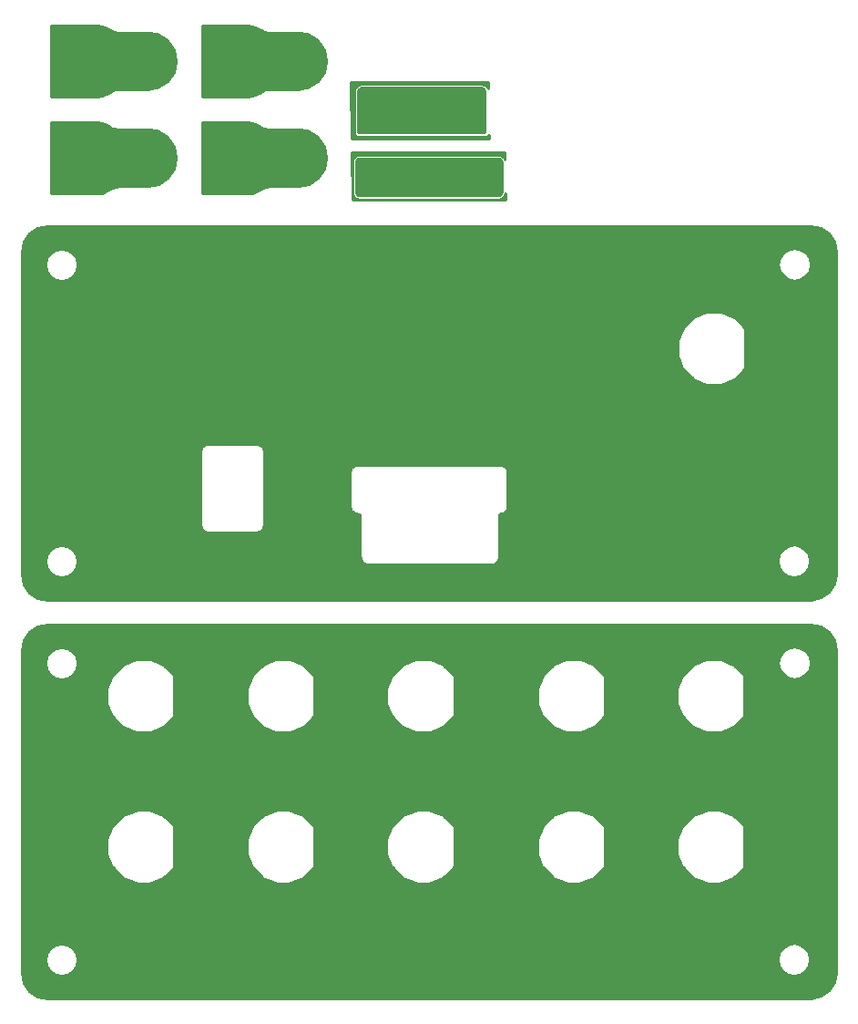
<source format=gtl>
%MOIN*%
%OFA0B0*%
%FSLAX46Y46*%
%IPPOS*%
%LPD*%
%ADD10C,0.005905511811023622*%
%ADD11C,0.031496062992125991*%
%ADD12C,0.01*%
%ADD23C,0.005905511811023622*%
%ADD24C,0.031496062992125991*%
%ADD25C,0.01*%
%ADD36C,0.005905511811023622*%
%ADD37C,0.21653543307086615*%
%ADD38C,0.01*%
%ADD49C,0.005905511811023622*%
%ADD50C,0.21653543307086615*%
%ADD51C,0.01*%
%ADD62C,0.005905511811023622*%
%ADD63C,0.21653543307086615*%
%ADD64C,0.01*%
%ADD75C,0.005905511811023622*%
%ADD76C,0.21653543307086615*%
%ADD77C,0.01*%
%ADD88C,0.005905511811023622*%
%ADD89C,0.01*%
%ADD100C,0.005905511811023622*%
%ADD101C,0.01*%
%LPD*%
G01G01G01G01G01G01G01G01*
D10*
D11*
X-0000039370Y0001417321D02*
X0002399606Y0000565748D03*
X0002419913Y0000641535D03*
X0002475393Y0000697015D03*
X0002551181Y0000717322D03*
X0002626968Y0000697015D03*
X0002682448Y0000641535D03*
X0002702755Y0000565748D03*
X0002682448Y0000489960D03*
X0002626968Y0000434480D03*
X0002551181Y0000414173D03*
X0002475393Y0000434480D03*
X0002419913Y0000489960D03*
X0001887795Y0000565748D03*
X0001908100Y0000641535D03*
X0001963582Y0000697015D03*
X0002039370Y0000717322D03*
X0002115157Y0000697015D03*
X0002170637Y0000641535D03*
X0002190944Y0000565748D03*
X0002170637Y0000489960D03*
X0002115157Y0000434480D03*
X0002039370Y0000414173D03*
X0001963582Y0000434480D03*
X0001908100Y0000489960D03*
X0002399606Y0001116929D03*
X0002419913Y0001192716D03*
X0002475393Y0001248196D03*
X0002551181Y0001268503D03*
X0002626968Y0001248196D03*
X0002682448Y0001192716D03*
X0002702755Y0001116929D03*
X0002682448Y0001041141D03*
X0002626968Y0000985661D03*
X0002551181Y0000965354D03*
X0002475393Y0000985661D03*
X0002419913Y0001041141D03*
X0001887795Y0001116929D03*
X0001908100Y0001192716D03*
X0001963582Y0001248196D03*
X0002039370Y0001268503D03*
X0002115157Y0001248196D03*
X0002170637Y0001192716D03*
X0002190944Y0001116929D03*
X0002170637Y0001041141D03*
X0002115157Y0000985661D03*
X0002039370Y0000965354D03*
X0001963582Y0000985661D03*
X0001908100Y0001041141D03*
X0001336613Y0000565748D03*
X0001356921Y0000641535D03*
X0001412401Y0000697015D03*
X0001488188Y0000717322D03*
X0001563976Y0000697015D03*
X0001619456Y0000641535D03*
X0001639763Y0000565748D03*
X0001619456Y0000489960D03*
X0001563976Y0000434480D03*
X0001488188Y0000414173D03*
X0001412401Y0000434480D03*
X0001356921Y0000489960D03*
X0000824803Y0000565748D03*
X0000845110Y0000641535D03*
X0000900590Y0000697015D03*
X0000976377Y0000717322D03*
X0001052165Y0000697015D03*
X0001107645Y0000641535D03*
X0001127952Y0000565748D03*
X0001107645Y0000489960D03*
X0001052165Y0000434480D03*
X0000976377Y0000414173D03*
X0000900590Y0000434480D03*
X0000845110Y0000489960D03*
X0000312992Y0000565748D03*
X0000333299Y0000641535D03*
X0000388779Y0000697015D03*
X0000464566Y0000717322D03*
X0000540354Y0000697015D03*
X0000595834Y0000641535D03*
X0000616141Y0000565748D03*
X0000595834Y0000489960D03*
X0000540354Y0000434480D03*
X0000464566Y0000414173D03*
X0000388779Y0000434480D03*
X0000333299Y0000489960D03*
X0001336613Y0001116929D03*
X0001356921Y0001192716D03*
X0001412401Y0001248196D03*
X0001488188Y0001268503D03*
X0001563976Y0001248196D03*
X0001619456Y0001192716D03*
X0001639763Y0001116929D03*
X0001619456Y0001041141D03*
X0001563976Y0000985661D03*
X0001488188Y0000965354D03*
X0001412401Y0000985661D03*
X0001356921Y0001041141D03*
X0000824803Y0001116929D03*
X0000845110Y0001192716D03*
X0000900590Y0001248196D03*
X0000976377Y0001268503D03*
X0001052165Y0001248196D03*
X0001107645Y0001192716D03*
X0001127952Y0001116929D03*
X0001107645Y0001041141D03*
X0001052165Y0000985661D03*
X0000976377Y0000965354D03*
X0000900590Y0000985661D03*
X0000845110Y0001041141D03*
X0000312992Y0001116929D03*
X0000333299Y0001192716D03*
X0000388779Y0001248196D03*
X0000464566Y0001268503D03*
X0000540354Y0001248196D03*
X0000595834Y0001192716D03*
X0000616141Y0001116929D03*
X0000595834Y0001041141D03*
X0000540354Y0000985661D03*
X0000464566Y0000965354D03*
X0000388779Y0000985661D03*
X0000333299Y0001041141D03*
D12*
G36*
X0002944072Y0001371708D02*
X0002974091Y0001351650D01*
X0002994149Y0001321630D01*
X0003001299Y0001285689D01*
X0003001299Y0000105255D01*
X0002994149Y0000069313D01*
X0002974091Y0000039294D01*
X0002944072Y0000019235D01*
X0002908129Y0000012086D01*
X0000113523Y0000011692D01*
X0000077581Y0000018842D01*
X0000047562Y0000038900D01*
X0000027503Y0000068920D01*
X0000020354Y0000104861D01*
X0000020354Y0000151968D01*
X0000106614Y0000151968D01*
X0000111115Y0000129338D01*
X0000123934Y0000110154D01*
X0000143118Y0000097335D01*
X0000165747Y0000092834D01*
X0000188377Y0000097335D01*
X0000207561Y0000110154D01*
X0000220380Y0000129338D01*
X0000224881Y0000151968D01*
X0000224568Y0000153543D01*
X0002786929Y0000153543D01*
X0002791430Y0000130913D01*
X0002804249Y0000111729D01*
X0002823433Y0000098910D01*
X0002846062Y0000094409D01*
X0002868692Y0000098910D01*
X0002887876Y0000111729D01*
X0002900695Y0000130913D01*
X0002905196Y0000153543D01*
X0002900695Y0000176172D01*
X0002887876Y0000195357D01*
X0002868692Y0000208175D01*
X0002846062Y0000212677D01*
X0002823433Y0000208175D01*
X0002804249Y0000195357D01*
X0002791430Y0000176172D01*
X0002786929Y0000153543D01*
X0000224568Y0000153543D01*
X0000220380Y0000174598D01*
X0000207561Y0000193782D01*
X0000188377Y0000206601D01*
X0000165747Y0000211102D01*
X0000143118Y0000206601D01*
X0000123934Y0000193782D01*
X0000111115Y0000174598D01*
X0000106614Y0000151968D01*
X0000020354Y0000151968D01*
X0000020354Y0000540983D01*
X0000331060Y0000540983D01*
X0000331661Y0000537939D01*
X0000331661Y0000537939D01*
X0000350699Y0000491778D01*
X0000350699Y0000491778D01*
X0000350929Y0000491432D01*
X0000352420Y0000489195D01*
X0000352420Y0000489195D01*
X0000387675Y0000453834D01*
X0000387675Y0000453833D01*
X0000388709Y0000453140D01*
X0000390252Y0000452106D01*
X0000390252Y0000452105D01*
X0000436355Y0000432927D01*
X0000436355Y0000432927D01*
X0000439398Y0000432317D01*
X0000489331Y0000432242D01*
X0000492375Y0000432842D01*
X0000492375Y0000432842D01*
X0000538536Y0000451881D01*
X0000538536Y0000451881D01*
X0000540087Y0000452914D01*
X0000541119Y0000453601D01*
X0000541119Y0000453601D01*
X0000576481Y0000488856D01*
X0000576484Y0000488861D01*
X0000576489Y0000488864D01*
X0000577352Y0000490156D01*
X0000578208Y0000491432D01*
X0000578210Y0000491439D01*
X0000578213Y0000491444D01*
X0000578511Y0000492939D01*
X0000578818Y0000494476D01*
X0000578817Y0000494482D01*
X0000578818Y0000494488D01*
X0000578818Y0000540983D01*
X0000842871Y0000540983D01*
X0000843472Y0000537939D01*
X0000843472Y0000537939D01*
X0000862511Y0000491778D01*
X0000862511Y0000491778D01*
X0000862740Y0000491432D01*
X0000864231Y0000489195D01*
X0000864231Y0000489195D01*
X0000899486Y0000453834D01*
X0000899486Y0000453833D01*
X0000900520Y0000453140D01*
X0000902063Y0000452106D01*
X0000902063Y0000452105D01*
X0000948166Y0000432927D01*
X0000948166Y0000432927D01*
X0000951209Y0000432317D01*
X0001001142Y0000432242D01*
X0001004186Y0000432842D01*
X0001004186Y0000432842D01*
X0001050347Y0000451881D01*
X0001050347Y0000451881D01*
X0001051898Y0000452914D01*
X0001052930Y0000453601D01*
X0001052930Y0000453601D01*
X0001088292Y0000488856D01*
X0001088295Y0000488861D01*
X0001088300Y0000488864D01*
X0001089163Y0000490156D01*
X0001090019Y0000491432D01*
X0001090021Y0000491439D01*
X0001090024Y0000491444D01*
X0001090322Y0000492939D01*
X0001090629Y0000494476D01*
X0001090628Y0000494482D01*
X0001090629Y0000494488D01*
X0001090629Y0000540983D01*
X0001354682Y0000540983D01*
X0001355283Y0000537939D01*
X0001355283Y0000537939D01*
X0001374322Y0000491778D01*
X0001374322Y0000491778D01*
X0001374551Y0000491432D01*
X0001376042Y0000489195D01*
X0001376042Y0000489195D01*
X0001411297Y0000453834D01*
X0001411297Y0000453833D01*
X0001412331Y0000453140D01*
X0001413874Y0000452106D01*
X0001413874Y0000452105D01*
X0001459977Y0000432927D01*
X0001459977Y0000432927D01*
X0001463020Y0000432317D01*
X0001512953Y0000432242D01*
X0001515997Y0000432842D01*
X0001515997Y0000432842D01*
X0001562158Y0000451881D01*
X0001562158Y0000451881D01*
X0001563709Y0000452914D01*
X0001564739Y0000453601D01*
X0001564739Y0000453601D01*
X0001600103Y0000488856D01*
X0001600106Y0000488861D01*
X0001600111Y0000488864D01*
X0001600974Y0000490156D01*
X0001601830Y0000491432D01*
X0001601832Y0000491439D01*
X0001601835Y0000491444D01*
X0001602133Y0000492939D01*
X0001602440Y0000494476D01*
X0001602439Y0000494482D01*
X0001602440Y0000494488D01*
X0001602440Y0000540983D01*
X0001905864Y0000540983D01*
X0001906464Y0000537939D01*
X0001906464Y0000537939D01*
X0001925503Y0000491778D01*
X0001925503Y0000491778D01*
X0001925732Y0000491432D01*
X0001927223Y0000489195D01*
X0001927223Y0000489195D01*
X0001962478Y0000453834D01*
X0001962478Y0000453833D01*
X0001963512Y0000453140D01*
X0001965055Y0000452106D01*
X0001965055Y0000452105D01*
X0002011158Y0000432927D01*
X0002011159Y0000432927D01*
X0002014201Y0000432317D01*
X0002064134Y0000432242D01*
X0002067178Y0000432842D01*
X0002067178Y0000432842D01*
X0002113339Y0000451881D01*
X0002113340Y0000451881D01*
X0002114890Y0000452914D01*
X0002115922Y0000453601D01*
X0002115922Y0000453601D01*
X0002151284Y0000488856D01*
X0002151287Y0000488861D01*
X0002151292Y0000488864D01*
X0002152155Y0000490156D01*
X0002153012Y0000491432D01*
X0002153013Y0000491439D01*
X0002153016Y0000491444D01*
X0002153314Y0000492939D01*
X0002153622Y0000494476D01*
X0002153620Y0000494482D01*
X0002153622Y0000494488D01*
X0002153622Y0000540983D01*
X0002417675Y0000540983D01*
X0002418275Y0000537939D01*
X0002418275Y0000537939D01*
X0002437314Y0000491778D01*
X0002437314Y0000491778D01*
X0002437544Y0000491432D01*
X0002439034Y0000489195D01*
X0002439034Y0000489195D01*
X0002474289Y0000453834D01*
X0002474289Y0000453833D01*
X0002475323Y0000453140D01*
X0002476866Y0000452106D01*
X0002476866Y0000452105D01*
X0002522969Y0000432927D01*
X0002522970Y0000432927D01*
X0002526012Y0000432317D01*
X0002575945Y0000432242D01*
X0002578989Y0000432842D01*
X0002578989Y0000432842D01*
X0002625150Y0000451881D01*
X0002625151Y0000451881D01*
X0002626701Y0000452914D01*
X0002627733Y0000453601D01*
X0002627733Y0000453601D01*
X0002663095Y0000488856D01*
X0002663098Y0000488861D01*
X0002663103Y0000488864D01*
X0002663966Y0000490156D01*
X0002664823Y0000491432D01*
X0002664823Y0000491439D01*
X0002664827Y0000491444D01*
X0002665125Y0000492939D01*
X0002665433Y0000494476D01*
X0002665431Y0000494482D01*
X0002665433Y0000494488D01*
X0002665433Y0000637007D01*
X0002665433Y0000637007D01*
X0002664827Y0000640051D01*
X0002663103Y0000642631D01*
X0002628063Y0000677670D01*
X0002626769Y0000678535D01*
X0002625495Y0000679390D01*
X0002625484Y0000679394D01*
X0002625484Y0000679394D01*
X0002625484Y0000679394D01*
X0002579392Y0000698568D01*
X0002579392Y0000698568D01*
X0002579392Y0000698568D01*
X0002576959Y0000699056D01*
X0002576349Y0000699178D01*
X0002576349Y0000699178D01*
X0002526416Y0000699254D01*
X0002523372Y0000698653D01*
X0002477211Y0000679614D01*
X0002477211Y0000679614D01*
X0002474628Y0000677894D01*
X0002439266Y0000642639D01*
X0002437539Y0000640062D01*
X0002437539Y0000640062D01*
X0002418360Y0000593959D01*
X0002418360Y0000593959D01*
X0002417750Y0000590916D01*
X0002417675Y0000540983D01*
X0002153622Y0000540983D01*
X0002153622Y0000637007D01*
X0002153622Y0000637007D01*
X0002153016Y0000640051D01*
X0002151292Y0000642631D01*
X0002116253Y0000677670D01*
X0002114958Y0000678535D01*
X0002113684Y0000679390D01*
X0002113673Y0000679394D01*
X0002113673Y0000679394D01*
X0002113673Y0000679394D01*
X0002067581Y0000698568D01*
X0002067581Y0000698568D01*
X0002067581Y0000698568D01*
X0002065148Y0000699056D01*
X0002064538Y0000699178D01*
X0002064538Y0000699178D01*
X0002014605Y0000699254D01*
X0002011561Y0000698653D01*
X0001965400Y0000679614D01*
X0001965400Y0000679614D01*
X0001962817Y0000677894D01*
X0001927455Y0000642639D01*
X0001925728Y0000640062D01*
X0001925728Y0000640062D01*
X0001906549Y0000593959D01*
X0001906549Y0000593959D01*
X0001905939Y0000590916D01*
X0001905864Y0000540983D01*
X0001602440Y0000540983D01*
X0001602440Y0000637007D01*
X0001602440Y0000637007D01*
X0001601835Y0000640051D01*
X0001600111Y0000642631D01*
X0001565072Y0000677670D01*
X0001563777Y0000678535D01*
X0001562503Y0000679390D01*
X0001562492Y0000679394D01*
X0001562492Y0000679394D01*
X0001562492Y0000679394D01*
X0001516400Y0000698568D01*
X0001516400Y0000698568D01*
X0001516400Y0000698568D01*
X0001513967Y0000699056D01*
X0001513356Y0000699178D01*
X0001513356Y0000699178D01*
X0001463424Y0000699254D01*
X0001460380Y0000698653D01*
X0001414219Y0000679614D01*
X0001414218Y0000679614D01*
X0001411636Y0000677894D01*
X0001376274Y0000642639D01*
X0001374546Y0000640062D01*
X0001374546Y0000640062D01*
X0001355368Y0000593959D01*
X0001355368Y0000593959D01*
X0001354758Y0000590916D01*
X0001354682Y0000540983D01*
X0001090629Y0000540983D01*
X0001090629Y0000637007D01*
X0001090629Y0000637007D01*
X0001090024Y0000640051D01*
X0001088300Y0000642631D01*
X0001053261Y0000677670D01*
X0001051966Y0000678535D01*
X0001050692Y0000679390D01*
X0001050681Y0000679394D01*
X0001050681Y0000679394D01*
X0001050681Y0000679394D01*
X0001004589Y0000698568D01*
X0001004589Y0000698568D01*
X0001004589Y0000698568D01*
X0001002156Y0000699056D01*
X0001001546Y0000699178D01*
X0001001546Y0000699178D01*
X0000951613Y0000699254D01*
X0000948569Y0000698653D01*
X0000902408Y0000679614D01*
X0000902407Y0000679614D01*
X0000899825Y0000677894D01*
X0000864462Y0000642639D01*
X0000862735Y0000640062D01*
X0000862735Y0000640062D01*
X0000843557Y0000593959D01*
X0000843557Y0000593959D01*
X0000842947Y0000590916D01*
X0000842871Y0000540983D01*
X0000578818Y0000540983D01*
X0000578818Y0000637007D01*
X0000578818Y0000637007D01*
X0000578213Y0000640051D01*
X0000576489Y0000642631D01*
X0000541450Y0000677670D01*
X0000540155Y0000678535D01*
X0000538881Y0000679390D01*
X0000538870Y0000679394D01*
X0000538870Y0000679394D01*
X0000538870Y0000679394D01*
X0000492778Y0000698568D01*
X0000492778Y0000698568D01*
X0000492777Y0000698568D01*
X0000490345Y0000699056D01*
X0000489735Y0000699178D01*
X0000489735Y0000699178D01*
X0000439801Y0000699254D01*
X0000436758Y0000698653D01*
X0000390597Y0000679614D01*
X0000390596Y0000679614D01*
X0000388014Y0000677894D01*
X0000352652Y0000642639D01*
X0000350923Y0000640062D01*
X0000350923Y0000640062D01*
X0000331745Y0000593959D01*
X0000331745Y0000593959D01*
X0000331136Y0000590916D01*
X0000331060Y0000540983D01*
X0000020354Y0000540983D01*
X0000020354Y0001092164D01*
X0000331060Y0001092164D01*
X0000331661Y0001089120D01*
X0000331661Y0001089120D01*
X0000350699Y0001042959D01*
X0000350699Y0001042959D01*
X0000350929Y0001042613D01*
X0000352420Y0001040376D01*
X0000352420Y0001040376D01*
X0000387675Y0001005015D01*
X0000387675Y0001005015D01*
X0000388709Y0001004321D01*
X0000390252Y0001003287D01*
X0000390252Y0001003287D01*
X0000436355Y0000984108D01*
X0000436355Y0000984108D01*
X0000439398Y0000983498D01*
X0000489331Y0000983423D01*
X0000492375Y0000984023D01*
X0000492375Y0000984023D01*
X0000538536Y0001003061D01*
X0000538536Y0001003061D01*
X0000540087Y0001004095D01*
X0000541119Y0001004782D01*
X0000541119Y0001004782D01*
X0000576481Y0001040037D01*
X0000576484Y0001040041D01*
X0000576489Y0001040045D01*
X0000577352Y0001041337D01*
X0000578208Y0001042613D01*
X0000578210Y0001042620D01*
X0000578213Y0001042624D01*
X0000578511Y0001044121D01*
X0000578818Y0001045657D01*
X0000578817Y0001045663D01*
X0000578818Y0001045669D01*
X0000578818Y0001092164D01*
X0000842871Y0001092164D01*
X0000843472Y0001089120D01*
X0000843472Y0001089120D01*
X0000862511Y0001042959D01*
X0000862511Y0001042959D01*
X0000862740Y0001042613D01*
X0000864231Y0001040376D01*
X0000864231Y0001040376D01*
X0000899486Y0001005015D01*
X0000899486Y0001005015D01*
X0000900520Y0001004321D01*
X0000902063Y0001003287D01*
X0000902063Y0001003287D01*
X0000948166Y0000984108D01*
X0000948166Y0000984108D01*
X0000951209Y0000983498D01*
X0001001142Y0000983423D01*
X0001004186Y0000984023D01*
X0001004186Y0000984023D01*
X0001050347Y0001003061D01*
X0001050347Y0001003061D01*
X0001051898Y0001004095D01*
X0001052930Y0001004782D01*
X0001052930Y0001004782D01*
X0001088292Y0001040037D01*
X0001088295Y0001040041D01*
X0001088300Y0001040045D01*
X0001089163Y0001041337D01*
X0001090019Y0001042613D01*
X0001090021Y0001042620D01*
X0001090024Y0001042624D01*
X0001090322Y0001044121D01*
X0001090629Y0001045657D01*
X0001090628Y0001045663D01*
X0001090629Y0001045669D01*
X0001090629Y0001092164D01*
X0001354682Y0001092164D01*
X0001355283Y0001089120D01*
X0001355283Y0001089120D01*
X0001374322Y0001042959D01*
X0001374322Y0001042959D01*
X0001374551Y0001042613D01*
X0001376042Y0001040376D01*
X0001376042Y0001040376D01*
X0001411297Y0001005015D01*
X0001411297Y0001005015D01*
X0001412331Y0001004321D01*
X0001413874Y0001003287D01*
X0001413874Y0001003287D01*
X0001459977Y0000984108D01*
X0001459977Y0000984108D01*
X0001463020Y0000983498D01*
X0001512953Y0000983423D01*
X0001515997Y0000984023D01*
X0001515997Y0000984023D01*
X0001562158Y0001003061D01*
X0001562158Y0001003061D01*
X0001563709Y0001004095D01*
X0001564739Y0001004782D01*
X0001564739Y0001004782D01*
X0001600103Y0001040037D01*
X0001600106Y0001040041D01*
X0001600111Y0001040045D01*
X0001600974Y0001041337D01*
X0001601830Y0001042613D01*
X0001601832Y0001042620D01*
X0001601835Y0001042624D01*
X0001602133Y0001044121D01*
X0001602440Y0001045657D01*
X0001602439Y0001045663D01*
X0001602440Y0001045669D01*
X0001602440Y0001092164D01*
X0001905864Y0001092164D01*
X0001906464Y0001089120D01*
X0001906464Y0001089120D01*
X0001925503Y0001042959D01*
X0001925503Y0001042959D01*
X0001925732Y0001042613D01*
X0001927223Y0001040376D01*
X0001927223Y0001040376D01*
X0001962478Y0001005015D01*
X0001962478Y0001005015D01*
X0001963512Y0001004321D01*
X0001965055Y0001003287D01*
X0001965055Y0001003287D01*
X0002011158Y0000984108D01*
X0002011159Y0000984108D01*
X0002014201Y0000983498D01*
X0002064134Y0000983423D01*
X0002067178Y0000984023D01*
X0002067178Y0000984023D01*
X0002113339Y0001003061D01*
X0002113340Y0001003061D01*
X0002114890Y0001004095D01*
X0002115922Y0001004782D01*
X0002115922Y0001004782D01*
X0002151284Y0001040037D01*
X0002151287Y0001040041D01*
X0002151292Y0001040045D01*
X0002152155Y0001041337D01*
X0002153012Y0001042613D01*
X0002153013Y0001042620D01*
X0002153016Y0001042624D01*
X0002153314Y0001044121D01*
X0002153622Y0001045657D01*
X0002153620Y0001045663D01*
X0002153622Y0001045669D01*
X0002153622Y0001092164D01*
X0002417675Y0001092164D01*
X0002418275Y0001089120D01*
X0002418275Y0001089120D01*
X0002437314Y0001042959D01*
X0002437314Y0001042959D01*
X0002437544Y0001042613D01*
X0002439034Y0001040376D01*
X0002439034Y0001040376D01*
X0002474289Y0001005015D01*
X0002474289Y0001005015D01*
X0002475323Y0001004321D01*
X0002476866Y0001003287D01*
X0002476866Y0001003287D01*
X0002522969Y0000984108D01*
X0002522970Y0000984108D01*
X0002526012Y0000983498D01*
X0002575945Y0000983423D01*
X0002578989Y0000984023D01*
X0002578989Y0000984023D01*
X0002625150Y0001003061D01*
X0002625151Y0001003061D01*
X0002626701Y0001004095D01*
X0002627733Y0001004782D01*
X0002627733Y0001004782D01*
X0002663095Y0001040037D01*
X0002663098Y0001040041D01*
X0002663103Y0001040045D01*
X0002663966Y0001041337D01*
X0002664823Y0001042613D01*
X0002664823Y0001042620D01*
X0002664827Y0001042624D01*
X0002665125Y0001044121D01*
X0002665433Y0001045657D01*
X0002665431Y0001045663D01*
X0002665433Y0001045669D01*
X0002665433Y0001188188D01*
X0002665433Y0001188188D01*
X0002664827Y0001191232D01*
X0002663103Y0001193812D01*
X0002628063Y0001228851D01*
X0002626769Y0001229716D01*
X0002625495Y0001230571D01*
X0002625484Y0001230575D01*
X0002625484Y0001230575D01*
X0002625484Y0001230575D01*
X0002608129Y0001237795D01*
X0002788503Y0001237795D01*
X0002793005Y0001215165D01*
X0002805823Y0001195981D01*
X0002825008Y0001183162D01*
X0002847637Y0001178661D01*
X0002870267Y0001183162D01*
X0002889451Y0001195981D01*
X0002902270Y0001215165D01*
X0002906771Y0001237795D01*
X0002902270Y0001260424D01*
X0002889451Y0001279609D01*
X0002870267Y0001292427D01*
X0002847637Y0001296929D01*
X0002825008Y0001292427D01*
X0002805823Y0001279609D01*
X0002793005Y0001260424D01*
X0002788503Y0001237795D01*
X0002608129Y0001237795D01*
X0002579392Y0001249749D01*
X0002579392Y0001249749D01*
X0002579392Y0001249749D01*
X0002576959Y0001250237D01*
X0002576349Y0001250359D01*
X0002576349Y0001250359D01*
X0002526416Y0001250435D01*
X0002523372Y0001249834D01*
X0002477211Y0001230795D01*
X0002477211Y0001230795D01*
X0002474628Y0001229075D01*
X0002439266Y0001193820D01*
X0002437539Y0001191243D01*
X0002437539Y0001191243D01*
X0002418360Y0001145140D01*
X0002418360Y0001145140D01*
X0002417750Y0001142097D01*
X0002417675Y0001092164D01*
X0002153622Y0001092164D01*
X0002153622Y0001188188D01*
X0002153622Y0001188188D01*
X0002153016Y0001191232D01*
X0002151292Y0001193812D01*
X0002116253Y0001228851D01*
X0002114958Y0001229716D01*
X0002113684Y0001230571D01*
X0002113673Y0001230575D01*
X0002113673Y0001230575D01*
X0002113673Y0001230575D01*
X0002067581Y0001249749D01*
X0002067581Y0001249749D01*
X0002067581Y0001249749D01*
X0002065148Y0001250237D01*
X0002064538Y0001250359D01*
X0002064538Y0001250359D01*
X0002014605Y0001250435D01*
X0002011561Y0001249834D01*
X0001965400Y0001230795D01*
X0001965400Y0001230795D01*
X0001962817Y0001229075D01*
X0001927455Y0001193820D01*
X0001925728Y0001191243D01*
X0001925728Y0001191243D01*
X0001906549Y0001145140D01*
X0001906549Y0001145140D01*
X0001905939Y0001142097D01*
X0001905864Y0001092164D01*
X0001602440Y0001092164D01*
X0001602440Y0001188188D01*
X0001602440Y0001188188D01*
X0001601835Y0001191232D01*
X0001600111Y0001193812D01*
X0001565072Y0001228851D01*
X0001563777Y0001229716D01*
X0001562503Y0001230571D01*
X0001562492Y0001230575D01*
X0001562492Y0001230575D01*
X0001562492Y0001230575D01*
X0001516400Y0001249749D01*
X0001516400Y0001249749D01*
X0001516400Y0001249749D01*
X0001513967Y0001250237D01*
X0001513356Y0001250359D01*
X0001513356Y0001250359D01*
X0001463424Y0001250435D01*
X0001460380Y0001249834D01*
X0001414219Y0001230795D01*
X0001414218Y0001230795D01*
X0001411636Y0001229075D01*
X0001376274Y0001193820D01*
X0001374546Y0001191243D01*
X0001374546Y0001191243D01*
X0001355368Y0001145140D01*
X0001355368Y0001145140D01*
X0001354758Y0001142097D01*
X0001354682Y0001092164D01*
X0001090629Y0001092164D01*
X0001090629Y0001188188D01*
X0001090629Y0001188188D01*
X0001090024Y0001191232D01*
X0001088300Y0001193812D01*
X0001053261Y0001228851D01*
X0001051966Y0001229716D01*
X0001050692Y0001230571D01*
X0001050681Y0001230575D01*
X0001050681Y0001230575D01*
X0001050681Y0001230575D01*
X0001004589Y0001249749D01*
X0001004589Y0001249749D01*
X0001004589Y0001249749D01*
X0001002156Y0001250237D01*
X0001001546Y0001250359D01*
X0001001546Y0001250359D01*
X0000951613Y0001250435D01*
X0000948569Y0001249834D01*
X0000902408Y0001230795D01*
X0000902407Y0001230795D01*
X0000899825Y0001229075D01*
X0000864462Y0001193820D01*
X0000862735Y0001191243D01*
X0000862735Y0001191243D01*
X0000843557Y0001145140D01*
X0000843557Y0001145140D01*
X0000842947Y0001142097D01*
X0000842871Y0001092164D01*
X0000578818Y0001092164D01*
X0000578818Y0001188188D01*
X0000578818Y0001188188D01*
X0000578213Y0001191232D01*
X0000576489Y0001193812D01*
X0000541450Y0001228851D01*
X0000540155Y0001229716D01*
X0000538881Y0001230571D01*
X0000538870Y0001230575D01*
X0000538870Y0001230575D01*
X0000538870Y0001230575D01*
X0000492778Y0001249749D01*
X0000492778Y0001249749D01*
X0000492777Y0001249749D01*
X0000490345Y0001250237D01*
X0000489735Y0001250359D01*
X0000489735Y0001250359D01*
X0000439801Y0001250435D01*
X0000436758Y0001249834D01*
X0000390597Y0001230795D01*
X0000390596Y0001230795D01*
X0000388014Y0001229075D01*
X0000352652Y0001193820D01*
X0000350923Y0001191243D01*
X0000350923Y0001191243D01*
X0000331745Y0001145140D01*
X0000331745Y0001145140D01*
X0000331136Y0001142097D01*
X0000331060Y0001092164D01*
X0000020354Y0001092164D01*
X0000020354Y0001236614D01*
X0000107007Y0001236614D01*
X0000111509Y0001213984D01*
X0000124327Y0001194800D01*
X0000143512Y0001181981D01*
X0000166141Y0001177480D01*
X0000188771Y0001181981D01*
X0000207955Y0001194800D01*
X0000220774Y0001213984D01*
X0000225275Y0001236614D01*
X0000220774Y0001259243D01*
X0000207955Y0001278428D01*
X0000188771Y0001291246D01*
X0000166141Y0001295748D01*
X0000143512Y0001291246D01*
X0000124327Y0001278428D01*
X0000111509Y0001259243D01*
X0000107007Y0001236614D01*
X0000020354Y0001236614D01*
X0000020354Y0001285689D01*
X0000027503Y0001321630D01*
X0000047562Y0001351650D01*
X0000077581Y0001371708D01*
X0000113523Y0001378858D01*
X0002908130Y0001378858D01*
X0002944072Y0001371708D01*
X0002944072Y0001371708D01*
G37*
X0002944072Y0001371708D02*
X0002974091Y0001351650D01*
X0002994149Y0001321630D01*
X0003001299Y0001285689D01*
X0003001299Y0000105255D01*
X0002994149Y0000069313D01*
X0002974091Y0000039294D01*
X0002944072Y0000019235D01*
X0002908129Y0000012086D01*
X0000113523Y0000011692D01*
X0000077581Y0000018842D01*
X0000047562Y0000038900D01*
X0000027503Y0000068920D01*
X0000020354Y0000104861D01*
X0000020354Y0000151968D01*
X0000106614Y0000151968D01*
X0000111115Y0000129338D01*
X0000123934Y0000110154D01*
X0000143118Y0000097335D01*
X0000165747Y0000092834D01*
X0000188377Y0000097335D01*
X0000207561Y0000110154D01*
X0000220380Y0000129338D01*
X0000224881Y0000151968D01*
X0000224568Y0000153543D01*
X0002786929Y0000153543D01*
X0002791430Y0000130913D01*
X0002804249Y0000111729D01*
X0002823433Y0000098910D01*
X0002846062Y0000094409D01*
X0002868692Y0000098910D01*
X0002887876Y0000111729D01*
X0002900695Y0000130913D01*
X0002905196Y0000153543D01*
X0002900695Y0000176172D01*
X0002887876Y0000195357D01*
X0002868692Y0000208175D01*
X0002846062Y0000212677D01*
X0002823433Y0000208175D01*
X0002804249Y0000195357D01*
X0002791430Y0000176172D01*
X0002786929Y0000153543D01*
X0000224568Y0000153543D01*
X0000220380Y0000174598D01*
X0000207561Y0000193782D01*
X0000188377Y0000206601D01*
X0000165747Y0000211102D01*
X0000143118Y0000206601D01*
X0000123934Y0000193782D01*
X0000111115Y0000174598D01*
X0000106614Y0000151968D01*
X0000020354Y0000151968D01*
X0000020354Y0000540983D01*
X0000331060Y0000540983D01*
X0000331661Y0000537939D01*
X0000331661Y0000537939D01*
X0000350699Y0000491778D01*
X0000350699Y0000491778D01*
X0000350929Y0000491432D01*
X0000352420Y0000489195D01*
X0000352420Y0000489195D01*
X0000387675Y0000453834D01*
X0000387675Y0000453833D01*
X0000388709Y0000453140D01*
X0000390252Y0000452106D01*
X0000390252Y0000452105D01*
X0000436355Y0000432927D01*
X0000436355Y0000432927D01*
X0000439398Y0000432317D01*
X0000489331Y0000432242D01*
X0000492375Y0000432842D01*
X0000492375Y0000432842D01*
X0000538536Y0000451881D01*
X0000538536Y0000451881D01*
X0000540087Y0000452914D01*
X0000541119Y0000453601D01*
X0000541119Y0000453601D01*
X0000576481Y0000488856D01*
X0000576484Y0000488861D01*
X0000576489Y0000488864D01*
X0000577352Y0000490156D01*
X0000578208Y0000491432D01*
X0000578210Y0000491439D01*
X0000578213Y0000491444D01*
X0000578511Y0000492939D01*
X0000578818Y0000494476D01*
X0000578817Y0000494482D01*
X0000578818Y0000494488D01*
X0000578818Y0000540983D01*
X0000842871Y0000540983D01*
X0000843472Y0000537939D01*
X0000843472Y0000537939D01*
X0000862511Y0000491778D01*
X0000862511Y0000491778D01*
X0000862740Y0000491432D01*
X0000864231Y0000489195D01*
X0000864231Y0000489195D01*
X0000899486Y0000453834D01*
X0000899486Y0000453833D01*
X0000900520Y0000453140D01*
X0000902063Y0000452106D01*
X0000902063Y0000452105D01*
X0000948166Y0000432927D01*
X0000948166Y0000432927D01*
X0000951209Y0000432317D01*
X0001001142Y0000432242D01*
X0001004186Y0000432842D01*
X0001004186Y0000432842D01*
X0001050347Y0000451881D01*
X0001050347Y0000451881D01*
X0001051898Y0000452914D01*
X0001052930Y0000453601D01*
X0001052930Y0000453601D01*
X0001088292Y0000488856D01*
X0001088295Y0000488861D01*
X0001088300Y0000488864D01*
X0001089163Y0000490156D01*
X0001090019Y0000491432D01*
X0001090021Y0000491439D01*
X0001090024Y0000491444D01*
X0001090322Y0000492939D01*
X0001090629Y0000494476D01*
X0001090628Y0000494482D01*
X0001090629Y0000494488D01*
X0001090629Y0000540983D01*
X0001354682Y0000540983D01*
X0001355283Y0000537939D01*
X0001355283Y0000537939D01*
X0001374322Y0000491778D01*
X0001374322Y0000491778D01*
X0001374551Y0000491432D01*
X0001376042Y0000489195D01*
X0001376042Y0000489195D01*
X0001411297Y0000453834D01*
X0001411297Y0000453833D01*
X0001412331Y0000453140D01*
X0001413874Y0000452106D01*
X0001413874Y0000452105D01*
X0001459977Y0000432927D01*
X0001459977Y0000432927D01*
X0001463020Y0000432317D01*
X0001512953Y0000432242D01*
X0001515997Y0000432842D01*
X0001515997Y0000432842D01*
X0001562158Y0000451881D01*
X0001562158Y0000451881D01*
X0001563709Y0000452914D01*
X0001564739Y0000453601D01*
X0001564739Y0000453601D01*
X0001600103Y0000488856D01*
X0001600106Y0000488861D01*
X0001600111Y0000488864D01*
X0001600974Y0000490156D01*
X0001601830Y0000491432D01*
X0001601832Y0000491439D01*
X0001601835Y0000491444D01*
X0001602133Y0000492939D01*
X0001602440Y0000494476D01*
X0001602439Y0000494482D01*
X0001602440Y0000494488D01*
X0001602440Y0000540983D01*
X0001905864Y0000540983D01*
X0001906464Y0000537939D01*
X0001906464Y0000537939D01*
X0001925503Y0000491778D01*
X0001925503Y0000491778D01*
X0001925732Y0000491432D01*
X0001927223Y0000489195D01*
X0001927223Y0000489195D01*
X0001962478Y0000453834D01*
X0001962478Y0000453833D01*
X0001963512Y0000453140D01*
X0001965055Y0000452106D01*
X0001965055Y0000452105D01*
X0002011158Y0000432927D01*
X0002011159Y0000432927D01*
X0002014201Y0000432317D01*
X0002064134Y0000432242D01*
X0002067178Y0000432842D01*
X0002067178Y0000432842D01*
X0002113339Y0000451881D01*
X0002113340Y0000451881D01*
X0002114890Y0000452914D01*
X0002115922Y0000453601D01*
X0002115922Y0000453601D01*
X0002151284Y0000488856D01*
X0002151287Y0000488861D01*
X0002151292Y0000488864D01*
X0002152155Y0000490156D01*
X0002153012Y0000491432D01*
X0002153013Y0000491439D01*
X0002153016Y0000491444D01*
X0002153314Y0000492939D01*
X0002153622Y0000494476D01*
X0002153620Y0000494482D01*
X0002153622Y0000494488D01*
X0002153622Y0000540983D01*
X0002417675Y0000540983D01*
X0002418275Y0000537939D01*
X0002418275Y0000537939D01*
X0002437314Y0000491778D01*
X0002437314Y0000491778D01*
X0002437544Y0000491432D01*
X0002439034Y0000489195D01*
X0002439034Y0000489195D01*
X0002474289Y0000453834D01*
X0002474289Y0000453833D01*
X0002475323Y0000453140D01*
X0002476866Y0000452106D01*
X0002476866Y0000452105D01*
X0002522969Y0000432927D01*
X0002522970Y0000432927D01*
X0002526012Y0000432317D01*
X0002575945Y0000432242D01*
X0002578989Y0000432842D01*
X0002578989Y0000432842D01*
X0002625150Y0000451881D01*
X0002625151Y0000451881D01*
X0002626701Y0000452914D01*
X0002627733Y0000453601D01*
X0002627733Y0000453601D01*
X0002663095Y0000488856D01*
X0002663098Y0000488861D01*
X0002663103Y0000488864D01*
X0002663966Y0000490156D01*
X0002664823Y0000491432D01*
X0002664823Y0000491439D01*
X0002664827Y0000491444D01*
X0002665125Y0000492939D01*
X0002665433Y0000494476D01*
X0002665431Y0000494482D01*
X0002665433Y0000494488D01*
X0002665433Y0000637007D01*
X0002665433Y0000637007D01*
X0002664827Y0000640051D01*
X0002663103Y0000642631D01*
X0002628063Y0000677670D01*
X0002626769Y0000678535D01*
X0002625495Y0000679390D01*
X0002625484Y0000679394D01*
X0002625484Y0000679394D01*
X0002625484Y0000679394D01*
X0002579392Y0000698568D01*
X0002579392Y0000698568D01*
X0002579392Y0000698568D01*
X0002576959Y0000699056D01*
X0002576349Y0000699178D01*
X0002576349Y0000699178D01*
X0002526416Y0000699254D01*
X0002523372Y0000698653D01*
X0002477211Y0000679614D01*
X0002477211Y0000679614D01*
X0002474628Y0000677894D01*
X0002439266Y0000642639D01*
X0002437539Y0000640062D01*
X0002437539Y0000640062D01*
X0002418360Y0000593959D01*
X0002418360Y0000593959D01*
X0002417750Y0000590916D01*
X0002417675Y0000540983D01*
X0002153622Y0000540983D01*
X0002153622Y0000637007D01*
X0002153622Y0000637007D01*
X0002153016Y0000640051D01*
X0002151292Y0000642631D01*
X0002116253Y0000677670D01*
X0002114958Y0000678535D01*
X0002113684Y0000679390D01*
X0002113673Y0000679394D01*
X0002113673Y0000679394D01*
X0002113673Y0000679394D01*
X0002067581Y0000698568D01*
X0002067581Y0000698568D01*
X0002067581Y0000698568D01*
X0002065148Y0000699056D01*
X0002064538Y0000699178D01*
X0002064538Y0000699178D01*
X0002014605Y0000699254D01*
X0002011561Y0000698653D01*
X0001965400Y0000679614D01*
X0001965400Y0000679614D01*
X0001962817Y0000677894D01*
X0001927455Y0000642639D01*
X0001925728Y0000640062D01*
X0001925728Y0000640062D01*
X0001906549Y0000593959D01*
X0001906549Y0000593959D01*
X0001905939Y0000590916D01*
X0001905864Y0000540983D01*
X0001602440Y0000540983D01*
X0001602440Y0000637007D01*
X0001602440Y0000637007D01*
X0001601835Y0000640051D01*
X0001600111Y0000642631D01*
X0001565072Y0000677670D01*
X0001563777Y0000678535D01*
X0001562503Y0000679390D01*
X0001562492Y0000679394D01*
X0001562492Y0000679394D01*
X0001562492Y0000679394D01*
X0001516400Y0000698568D01*
X0001516400Y0000698568D01*
X0001516400Y0000698568D01*
X0001513967Y0000699056D01*
X0001513356Y0000699178D01*
X0001513356Y0000699178D01*
X0001463424Y0000699254D01*
X0001460380Y0000698653D01*
X0001414219Y0000679614D01*
X0001414218Y0000679614D01*
X0001411636Y0000677894D01*
X0001376274Y0000642639D01*
X0001374546Y0000640062D01*
X0001374546Y0000640062D01*
X0001355368Y0000593959D01*
X0001355368Y0000593959D01*
X0001354758Y0000590916D01*
X0001354682Y0000540983D01*
X0001090629Y0000540983D01*
X0001090629Y0000637007D01*
X0001090629Y0000637007D01*
X0001090024Y0000640051D01*
X0001088300Y0000642631D01*
X0001053261Y0000677670D01*
X0001051966Y0000678535D01*
X0001050692Y0000679390D01*
X0001050681Y0000679394D01*
X0001050681Y0000679394D01*
X0001050681Y0000679394D01*
X0001004589Y0000698568D01*
X0001004589Y0000698568D01*
X0001004589Y0000698568D01*
X0001002156Y0000699056D01*
X0001001546Y0000699178D01*
X0001001546Y0000699178D01*
X0000951613Y0000699254D01*
X0000948569Y0000698653D01*
X0000902408Y0000679614D01*
X0000902407Y0000679614D01*
X0000899825Y0000677894D01*
X0000864462Y0000642639D01*
X0000862735Y0000640062D01*
X0000862735Y0000640062D01*
X0000843557Y0000593959D01*
X0000843557Y0000593959D01*
X0000842947Y0000590916D01*
X0000842871Y0000540983D01*
X0000578818Y0000540983D01*
X0000578818Y0000637007D01*
X0000578818Y0000637007D01*
X0000578213Y0000640051D01*
X0000576489Y0000642631D01*
X0000541450Y0000677670D01*
X0000540155Y0000678535D01*
X0000538881Y0000679390D01*
X0000538870Y0000679394D01*
X0000538870Y0000679394D01*
X0000538870Y0000679394D01*
X0000492778Y0000698568D01*
X0000492778Y0000698568D01*
X0000492777Y0000698568D01*
X0000490345Y0000699056D01*
X0000489735Y0000699178D01*
X0000489735Y0000699178D01*
X0000439801Y0000699254D01*
X0000436758Y0000698653D01*
X0000390597Y0000679614D01*
X0000390596Y0000679614D01*
X0000388014Y0000677894D01*
X0000352652Y0000642639D01*
X0000350923Y0000640062D01*
X0000350923Y0000640062D01*
X0000331745Y0000593959D01*
X0000331745Y0000593959D01*
X0000331136Y0000590916D01*
X0000331060Y0000540983D01*
X0000020354Y0000540983D01*
X0000020354Y0001092164D01*
X0000331060Y0001092164D01*
X0000331661Y0001089120D01*
X0000331661Y0001089120D01*
X0000350699Y0001042959D01*
X0000350699Y0001042959D01*
X0000350929Y0001042613D01*
X0000352420Y0001040376D01*
X0000352420Y0001040376D01*
X0000387675Y0001005015D01*
X0000387675Y0001005015D01*
X0000388709Y0001004321D01*
X0000390252Y0001003287D01*
X0000390252Y0001003287D01*
X0000436355Y0000984108D01*
X0000436355Y0000984108D01*
X0000439398Y0000983498D01*
X0000489331Y0000983423D01*
X0000492375Y0000984023D01*
X0000492375Y0000984023D01*
X0000538536Y0001003061D01*
X0000538536Y0001003061D01*
X0000540087Y0001004095D01*
X0000541119Y0001004782D01*
X0000541119Y0001004782D01*
X0000576481Y0001040037D01*
X0000576484Y0001040041D01*
X0000576489Y0001040045D01*
X0000577352Y0001041337D01*
X0000578208Y0001042613D01*
X0000578210Y0001042620D01*
X0000578213Y0001042624D01*
X0000578511Y0001044121D01*
X0000578818Y0001045657D01*
X0000578817Y0001045663D01*
X0000578818Y0001045669D01*
X0000578818Y0001092164D01*
X0000842871Y0001092164D01*
X0000843472Y0001089120D01*
X0000843472Y0001089120D01*
X0000862511Y0001042959D01*
X0000862511Y0001042959D01*
X0000862740Y0001042613D01*
X0000864231Y0001040376D01*
X0000864231Y0001040376D01*
X0000899486Y0001005015D01*
X0000899486Y0001005015D01*
X0000900520Y0001004321D01*
X0000902063Y0001003287D01*
X0000902063Y0001003287D01*
X0000948166Y0000984108D01*
X0000948166Y0000984108D01*
X0000951209Y0000983498D01*
X0001001142Y0000983423D01*
X0001004186Y0000984023D01*
X0001004186Y0000984023D01*
X0001050347Y0001003061D01*
X0001050347Y0001003061D01*
X0001051898Y0001004095D01*
X0001052930Y0001004782D01*
X0001052930Y0001004782D01*
X0001088292Y0001040037D01*
X0001088295Y0001040041D01*
X0001088300Y0001040045D01*
X0001089163Y0001041337D01*
X0001090019Y0001042613D01*
X0001090021Y0001042620D01*
X0001090024Y0001042624D01*
X0001090322Y0001044121D01*
X0001090629Y0001045657D01*
X0001090628Y0001045663D01*
X0001090629Y0001045669D01*
X0001090629Y0001092164D01*
X0001354682Y0001092164D01*
X0001355283Y0001089120D01*
X0001355283Y0001089120D01*
X0001374322Y0001042959D01*
X0001374322Y0001042959D01*
X0001374551Y0001042613D01*
X0001376042Y0001040376D01*
X0001376042Y0001040376D01*
X0001411297Y0001005015D01*
X0001411297Y0001005015D01*
X0001412331Y0001004321D01*
X0001413874Y0001003287D01*
X0001413874Y0001003287D01*
X0001459977Y0000984108D01*
X0001459977Y0000984108D01*
X0001463020Y0000983498D01*
X0001512953Y0000983423D01*
X0001515997Y0000984023D01*
X0001515997Y0000984023D01*
X0001562158Y0001003061D01*
X0001562158Y0001003061D01*
X0001563709Y0001004095D01*
X0001564739Y0001004782D01*
X0001564739Y0001004782D01*
X0001600103Y0001040037D01*
X0001600106Y0001040041D01*
X0001600111Y0001040045D01*
X0001600974Y0001041337D01*
X0001601830Y0001042613D01*
X0001601832Y0001042620D01*
X0001601835Y0001042624D01*
X0001602133Y0001044121D01*
X0001602440Y0001045657D01*
X0001602439Y0001045663D01*
X0001602440Y0001045669D01*
X0001602440Y0001092164D01*
X0001905864Y0001092164D01*
X0001906464Y0001089120D01*
X0001906464Y0001089120D01*
X0001925503Y0001042959D01*
X0001925503Y0001042959D01*
X0001925732Y0001042613D01*
X0001927223Y0001040376D01*
X0001927223Y0001040376D01*
X0001962478Y0001005015D01*
X0001962478Y0001005015D01*
X0001963512Y0001004321D01*
X0001965055Y0001003287D01*
X0001965055Y0001003287D01*
X0002011158Y0000984108D01*
X0002011159Y0000984108D01*
X0002014201Y0000983498D01*
X0002064134Y0000983423D01*
X0002067178Y0000984023D01*
X0002067178Y0000984023D01*
X0002113339Y0001003061D01*
X0002113340Y0001003061D01*
X0002114890Y0001004095D01*
X0002115922Y0001004782D01*
X0002115922Y0001004782D01*
X0002151284Y0001040037D01*
X0002151287Y0001040041D01*
X0002151292Y0001040045D01*
X0002152155Y0001041337D01*
X0002153012Y0001042613D01*
X0002153013Y0001042620D01*
X0002153016Y0001042624D01*
X0002153314Y0001044121D01*
X0002153622Y0001045657D01*
X0002153620Y0001045663D01*
X0002153622Y0001045669D01*
X0002153622Y0001092164D01*
X0002417675Y0001092164D01*
X0002418275Y0001089120D01*
X0002418275Y0001089120D01*
X0002437314Y0001042959D01*
X0002437314Y0001042959D01*
X0002437544Y0001042613D01*
X0002439034Y0001040376D01*
X0002439034Y0001040376D01*
X0002474289Y0001005015D01*
X0002474289Y0001005015D01*
X0002475323Y0001004321D01*
X0002476866Y0001003287D01*
X0002476866Y0001003287D01*
X0002522969Y0000984108D01*
X0002522970Y0000984108D01*
X0002526012Y0000983498D01*
X0002575945Y0000983423D01*
X0002578989Y0000984023D01*
X0002578989Y0000984023D01*
X0002625150Y0001003061D01*
X0002625151Y0001003061D01*
X0002626701Y0001004095D01*
X0002627733Y0001004782D01*
X0002627733Y0001004782D01*
X0002663095Y0001040037D01*
X0002663098Y0001040041D01*
X0002663103Y0001040045D01*
X0002663966Y0001041337D01*
X0002664823Y0001042613D01*
X0002664823Y0001042620D01*
X0002664827Y0001042624D01*
X0002665125Y0001044121D01*
X0002665433Y0001045657D01*
X0002665431Y0001045663D01*
X0002665433Y0001045669D01*
X0002665433Y0001188188D01*
X0002665433Y0001188188D01*
X0002664827Y0001191232D01*
X0002663103Y0001193812D01*
X0002628063Y0001228851D01*
X0002626769Y0001229716D01*
X0002625495Y0001230571D01*
X0002625484Y0001230575D01*
X0002625484Y0001230575D01*
X0002625484Y0001230575D01*
X0002608129Y0001237795D01*
X0002788503Y0001237795D01*
X0002793005Y0001215165D01*
X0002805823Y0001195981D01*
X0002825008Y0001183162D01*
X0002847637Y0001178661D01*
X0002870267Y0001183162D01*
X0002889451Y0001195981D01*
X0002902270Y0001215165D01*
X0002906771Y0001237795D01*
X0002902270Y0001260424D01*
X0002889451Y0001279609D01*
X0002870267Y0001292427D01*
X0002847637Y0001296929D01*
X0002825008Y0001292427D01*
X0002805823Y0001279609D01*
X0002793005Y0001260424D01*
X0002788503Y0001237795D01*
X0002608129Y0001237795D01*
X0002579392Y0001249749D01*
X0002579392Y0001249749D01*
X0002579392Y0001249749D01*
X0002576959Y0001250237D01*
X0002576349Y0001250359D01*
X0002576349Y0001250359D01*
X0002526416Y0001250435D01*
X0002523372Y0001249834D01*
X0002477211Y0001230795D01*
X0002477211Y0001230795D01*
X0002474628Y0001229075D01*
X0002439266Y0001193820D01*
X0002437539Y0001191243D01*
X0002437539Y0001191243D01*
X0002418360Y0001145140D01*
X0002418360Y0001145140D01*
X0002417750Y0001142097D01*
X0002417675Y0001092164D01*
X0002153622Y0001092164D01*
X0002153622Y0001188188D01*
X0002153622Y0001188188D01*
X0002153016Y0001191232D01*
X0002151292Y0001193812D01*
X0002116253Y0001228851D01*
X0002114958Y0001229716D01*
X0002113684Y0001230571D01*
X0002113673Y0001230575D01*
X0002113673Y0001230575D01*
X0002113673Y0001230575D01*
X0002067581Y0001249749D01*
X0002067581Y0001249749D01*
X0002067581Y0001249749D01*
X0002065148Y0001250237D01*
X0002064538Y0001250359D01*
X0002064538Y0001250359D01*
X0002014605Y0001250435D01*
X0002011561Y0001249834D01*
X0001965400Y0001230795D01*
X0001965400Y0001230795D01*
X0001962817Y0001229075D01*
X0001927455Y0001193820D01*
X0001925728Y0001191243D01*
X0001925728Y0001191243D01*
X0001906549Y0001145140D01*
X0001906549Y0001145140D01*
X0001905939Y0001142097D01*
X0001905864Y0001092164D01*
X0001602440Y0001092164D01*
X0001602440Y0001188188D01*
X0001602440Y0001188188D01*
X0001601835Y0001191232D01*
X0001600111Y0001193812D01*
X0001565072Y0001228851D01*
X0001563777Y0001229716D01*
X0001562503Y0001230571D01*
X0001562492Y0001230575D01*
X0001562492Y0001230575D01*
X0001562492Y0001230575D01*
X0001516400Y0001249749D01*
X0001516400Y0001249749D01*
X0001516400Y0001249749D01*
X0001513967Y0001250237D01*
X0001513356Y0001250359D01*
X0001513356Y0001250359D01*
X0001463424Y0001250435D01*
X0001460380Y0001249834D01*
X0001414219Y0001230795D01*
X0001414218Y0001230795D01*
X0001411636Y0001229075D01*
X0001376274Y0001193820D01*
X0001374546Y0001191243D01*
X0001374546Y0001191243D01*
X0001355368Y0001145140D01*
X0001355368Y0001145140D01*
X0001354758Y0001142097D01*
X0001354682Y0001092164D01*
X0001090629Y0001092164D01*
X0001090629Y0001188188D01*
X0001090629Y0001188188D01*
X0001090024Y0001191232D01*
X0001088300Y0001193812D01*
X0001053261Y0001228851D01*
X0001051966Y0001229716D01*
X0001050692Y0001230571D01*
X0001050681Y0001230575D01*
X0001050681Y0001230575D01*
X0001050681Y0001230575D01*
X0001004589Y0001249749D01*
X0001004589Y0001249749D01*
X0001004589Y0001249749D01*
X0001002156Y0001250237D01*
X0001001546Y0001250359D01*
X0001001546Y0001250359D01*
X0000951613Y0001250435D01*
X0000948569Y0001249834D01*
X0000902408Y0001230795D01*
X0000902407Y0001230795D01*
X0000899825Y0001229075D01*
X0000864462Y0001193820D01*
X0000862735Y0001191243D01*
X0000862735Y0001191243D01*
X0000843557Y0001145140D01*
X0000843557Y0001145140D01*
X0000842947Y0001142097D01*
X0000842871Y0001092164D01*
X0000578818Y0001092164D01*
X0000578818Y0001188188D01*
X0000578818Y0001188188D01*
X0000578213Y0001191232D01*
X0000576489Y0001193812D01*
X0000541450Y0001228851D01*
X0000540155Y0001229716D01*
X0000538881Y0001230571D01*
X0000538870Y0001230575D01*
X0000538870Y0001230575D01*
X0000538870Y0001230575D01*
X0000492778Y0001249749D01*
X0000492778Y0001249749D01*
X0000492777Y0001249749D01*
X0000490345Y0001250237D01*
X0000489735Y0001250359D01*
X0000489735Y0001250359D01*
X0000439801Y0001250435D01*
X0000436758Y0001249834D01*
X0000390597Y0001230795D01*
X0000390596Y0001230795D01*
X0000388014Y0001229075D01*
X0000352652Y0001193820D01*
X0000350923Y0001191243D01*
X0000350923Y0001191243D01*
X0000331745Y0001145140D01*
X0000331745Y0001145140D01*
X0000331136Y0001142097D01*
X0000331060Y0001092164D01*
X0000020354Y0001092164D01*
X0000020354Y0001236614D01*
X0000107007Y0001236614D01*
X0000111509Y0001213984D01*
X0000124327Y0001194800D01*
X0000143512Y0001181981D01*
X0000166141Y0001177480D01*
X0000188771Y0001181981D01*
X0000207955Y0001194800D01*
X0000220774Y0001213984D01*
X0000225275Y0001236614D01*
X0000220774Y0001259243D01*
X0000207955Y0001278428D01*
X0000188771Y0001291246D01*
X0000166141Y0001295748D01*
X0000143512Y0001291246D01*
X0000124327Y0001278428D01*
X0000111509Y0001259243D01*
X0000107007Y0001236614D01*
X0000020354Y0001236614D01*
X0000020354Y0001285689D01*
X0000027503Y0001321630D01*
X0000047562Y0001351650D01*
X0000077581Y0001371708D01*
X0000113523Y0001378858D01*
X0002908130Y0001378858D01*
X0002944072Y0001371708D01*
G01G01G01G01G01G01G01G01*
D23*
D24*
X-0000039370Y0002874015D02*
X0002400984Y0002387960D03*
X0002421291Y0002463747D03*
X0002476771Y0002519228D03*
X0002552559Y0002539535D03*
X0002628346Y0002519228D03*
X0002683826Y0002463747D03*
X0002704133Y0002387960D03*
X0002683826Y0002312173D03*
X0002628346Y0002256692D03*
X0002552559Y0002236385D03*
X0002476771Y0002256692D03*
X0002421291Y0002312173D03*
D25*
G36*
X0002944072Y0002828401D02*
X0002974091Y0002808343D01*
X0002994149Y0002778323D01*
X0003001299Y0002742382D01*
X0003001299Y0001561948D01*
X0002994149Y0001526006D01*
X0002974091Y0001495987D01*
X0002944072Y0001475928D01*
X0002908129Y0001468779D01*
X0000113523Y0001468385D01*
X0000077581Y0001475535D01*
X0000047562Y0001495593D01*
X0000027503Y0001525613D01*
X0000020354Y0001561554D01*
X0000020354Y0001608661D01*
X0000106614Y0001608661D01*
X0000111115Y0001586031D01*
X0000123934Y0001566847D01*
X0000143118Y0001554028D01*
X0000165747Y0001549527D01*
X0000188377Y0001554028D01*
X0000207561Y0001566847D01*
X0000220380Y0001586031D01*
X0000224881Y0001608661D01*
X0000220380Y0001631290D01*
X0000207561Y0001650475D01*
X0000188377Y0001663293D01*
X0000165747Y0001667795D01*
X0000143118Y0001663293D01*
X0000123934Y0001650475D01*
X0000111115Y0001631290D01*
X0000106614Y0001608661D01*
X0000020354Y0001608661D01*
X0000020354Y0002011810D01*
X0000674133Y0002011810D01*
X0000674133Y0001742124D01*
X0000674267Y0001741452D01*
X0000674267Y0001740766D01*
X0000675766Y0001733233D01*
X0000675766Y0001733233D01*
X0000676806Y0001730721D01*
X0000681073Y0001724335D01*
X0000682996Y0001722412D01*
X0000689382Y0001718144D01*
X0000689382Y0001718144D01*
X0000690853Y0001717535D01*
X0000691893Y0001717104D01*
X0000691893Y0001717104D01*
X0000699427Y0001715606D01*
X0000700114Y0001715606D01*
X0000700786Y0001715472D01*
X0000879921Y0001715472D01*
X0000880594Y0001715606D01*
X0000881280Y0001715606D01*
X0000888813Y0001717104D01*
X0000888813Y0001717104D01*
X0000891325Y0001718144D01*
X0000897712Y0001722412D01*
X0000899634Y0001724335D01*
X0000903901Y0001730721D01*
X0000903902Y0001730721D01*
X0000904942Y0001733233D01*
X0000906440Y0001740766D01*
X0000906440Y0001741452D01*
X0000906574Y0001742124D01*
X0000906574Y0001935039D01*
X0001221377Y0001935039D01*
X0001221377Y0001809054D01*
X0001221511Y0001808381D01*
X0001221511Y0001807695D01*
X0001223010Y0001800161D01*
X0001223010Y0001800161D01*
X0001224050Y0001797650D01*
X0001228317Y0001791264D01*
X0001230240Y0001789341D01*
X0001236626Y0001785074D01*
X0001236626Y0001785074D01*
X0001238098Y0001784464D01*
X0001239138Y0001784033D01*
X0001239138Y0001784033D01*
X0001246672Y0001782535D01*
X0001247358Y0001782535D01*
X0001248031Y0001782401D01*
X0001258779Y0001782401D01*
X0001258779Y0001624015D01*
X0001258913Y0001623342D01*
X0001258913Y0001622656D01*
X0001260410Y0001615123D01*
X0001260410Y0001615123D01*
X0001261452Y0001612611D01*
X0001265719Y0001606223D01*
X0001267642Y0001604302D01*
X0001274028Y0001600035D01*
X0001274028Y0001600035D01*
X0001275499Y0001599425D01*
X0001276540Y0001598994D01*
X0001276540Y0001598994D01*
X0001284073Y0001597495D01*
X0001284759Y0001597495D01*
X0001285433Y0001597362D01*
X0001740157Y0001597362D01*
X0001740830Y0001597495D01*
X0001741516Y0001597495D01*
X0001749050Y0001598994D01*
X0001749050Y0001598994D01*
X0001751561Y0001600035D01*
X0001757947Y0001604302D01*
X0001759871Y0001606223D01*
X0001762551Y0001610236D01*
X0002786929Y0001610236D01*
X0002791430Y0001587606D01*
X0002804249Y0001568422D01*
X0002823433Y0001555603D01*
X0002846062Y0001551102D01*
X0002868692Y0001555603D01*
X0002887876Y0001568422D01*
X0002900695Y0001587606D01*
X0002905196Y0001610236D01*
X0002900695Y0001632865D01*
X0002887876Y0001652050D01*
X0002868692Y0001664866D01*
X0002846062Y0001669370D01*
X0002823433Y0001664866D01*
X0002804249Y0001652050D01*
X0002791430Y0001632865D01*
X0002786929Y0001610236D01*
X0001762551Y0001610236D01*
X0001764138Y0001612611D01*
X0001764138Y0001612611D01*
X0001765178Y0001615123D01*
X0001766677Y0001622656D01*
X0001766677Y0001623342D01*
X0001766811Y0001624015D01*
X0001766811Y0001782401D01*
X0001771653Y0001782401D01*
X0001772326Y0001782535D01*
X0001773013Y0001782535D01*
X0001780546Y0001784033D01*
X0001780546Y0001784033D01*
X0001783058Y0001785074D01*
X0001789444Y0001789341D01*
X0001791367Y0001791264D01*
X0001795634Y0001797650D01*
X0001795634Y0001797650D01*
X0001796674Y0001800161D01*
X0001798173Y0001807695D01*
X0001798173Y0001808381D01*
X0001798307Y0001809054D01*
X0001798307Y0001935039D01*
X0001798173Y0001935712D01*
X0001798173Y0001936398D01*
X0001796674Y0001943932D01*
X0001795634Y0001946443D01*
X0001795634Y0001946443D01*
X0001791367Y0001952830D01*
X0001789444Y0001954752D01*
X0001783058Y0001959020D01*
X0001780546Y0001960060D01*
X0001780546Y0001960060D01*
X0001773013Y0001961559D01*
X0001772326Y0001961559D01*
X0001771653Y0001961692D01*
X0001248031Y0001961692D01*
X0001247358Y0001961559D01*
X0001246672Y0001961559D01*
X0001239138Y0001960060D01*
X0001239138Y0001960060D01*
X0001238152Y0001959651D01*
X0001236626Y0001959020D01*
X0001236626Y0001959020D01*
X0001230240Y0001954752D01*
X0001228317Y0001952830D01*
X0001224050Y0001946443D01*
X0001224050Y0001946443D01*
X0001223010Y0001943932D01*
X0001221511Y0001936398D01*
X0001221511Y0001935712D01*
X0001221377Y0001935039D01*
X0000906574Y0001935039D01*
X0000906574Y0002011810D01*
X0000906440Y0002012484D01*
X0000906440Y0002013170D01*
X0000904942Y0002020703D01*
X0000903902Y0002023215D01*
X0000903901Y0002023215D01*
X0000899634Y0002029601D01*
X0000897712Y0002031524D01*
X0000891325Y0002035791D01*
X0000888813Y0002036832D01*
X0000888813Y0002036832D01*
X0000881280Y0002038330D01*
X0000880594Y0002038330D01*
X0000879921Y0002038463D01*
X0000700786Y0002038463D01*
X0000700114Y0002038330D01*
X0000699427Y0002038330D01*
X0000691893Y0002036832D01*
X0000691893Y0002036832D01*
X0000690908Y0002036423D01*
X0000689382Y0002035791D01*
X0000689382Y0002035791D01*
X0000682996Y0002031524D01*
X0000681073Y0002029601D01*
X0000676806Y0002023215D01*
X0000676806Y0002023215D01*
X0000675766Y0002020703D01*
X0000674267Y0002013170D01*
X0000674267Y0002012484D01*
X0000674133Y0002011810D01*
X0000020354Y0002011810D01*
X0000020354Y0002363196D01*
X0002419053Y0002363196D01*
X0002419653Y0002360151D01*
X0002419653Y0002360151D01*
X0002438692Y0002313990D01*
X0002438692Y0002313990D01*
X0002438921Y0002313646D01*
X0002440412Y0002311407D01*
X0002440412Y0002311407D01*
X0002475667Y0002276046D01*
X0002475667Y0002276046D01*
X0002476701Y0002275352D01*
X0002478244Y0002274318D01*
X0002478244Y0002274318D01*
X0002524347Y0002255140D01*
X0002524347Y0002255140D01*
X0002527390Y0002254530D01*
X0002577323Y0002254454D01*
X0002580367Y0002255055D01*
X0002580367Y0002255055D01*
X0002626528Y0002274094D01*
X0002626528Y0002274094D01*
X0002628079Y0002275126D01*
X0002629111Y0002275814D01*
X0002629111Y0002275814D01*
X0002664473Y0002311068D01*
X0002664476Y0002311073D01*
X0002664481Y0002311077D01*
X0002665344Y0002312368D01*
X0002666201Y0002313646D01*
X0002666202Y0002313652D01*
X0002666205Y0002313657D01*
X0002666503Y0002315153D01*
X0002666811Y0002316688D01*
X0002666809Y0002316694D01*
X0002666811Y0002316700D01*
X0002666811Y0002459220D01*
X0002666811Y0002459220D01*
X0002666205Y0002462263D01*
X0002664481Y0002464843D01*
X0002629441Y0002499883D01*
X0002628147Y0002500748D01*
X0002626873Y0002501602D01*
X0002626862Y0002501607D01*
X0002626862Y0002501607D01*
X0002626862Y0002501607D01*
X0002580770Y0002520780D01*
X0002580770Y0002520780D01*
X0002580770Y0002520780D01*
X0002578336Y0002521268D01*
X0002577727Y0002521390D01*
X0002577727Y0002521390D01*
X0002527794Y0002521466D01*
X0002524750Y0002520865D01*
X0002478589Y0002501827D01*
X0002478589Y0002501827D01*
X0002476006Y0002500106D01*
X0002440644Y0002464852D01*
X0002438917Y0002462274D01*
X0002438917Y0002462274D01*
X0002419738Y0002416171D01*
X0002419738Y0002416171D01*
X0002419128Y0002413129D01*
X0002419053Y0002363196D01*
X0000020354Y0002363196D01*
X0000020354Y0002693307D01*
X0000107007Y0002693307D01*
X0000111509Y0002670677D01*
X0000124327Y0002651493D01*
X0000143512Y0002638673D01*
X0000166141Y0002634173D01*
X0000188771Y0002638673D01*
X0000207955Y0002651493D01*
X0000220774Y0002670677D01*
X0000225275Y0002693307D01*
X0000225040Y0002694488D01*
X0002788503Y0002694488D01*
X0002793005Y0002671858D01*
X0002805823Y0002652674D01*
X0002825008Y0002639855D01*
X0002847637Y0002635353D01*
X0002870267Y0002639855D01*
X0002889451Y0002652674D01*
X0002902270Y0002671858D01*
X0002906771Y0002694488D01*
X0002902270Y0002717117D01*
X0002889451Y0002736301D01*
X0002870267Y0002749120D01*
X0002847637Y0002753622D01*
X0002825008Y0002749120D01*
X0002805823Y0002736301D01*
X0002793005Y0002717117D01*
X0002788503Y0002694488D01*
X0000225040Y0002694488D01*
X0000220774Y0002715936D01*
X0000207955Y0002735121D01*
X0000188771Y0002747939D01*
X0000166141Y0002752440D01*
X0000143512Y0002747939D01*
X0000124327Y0002735121D01*
X0000111509Y0002715936D01*
X0000107007Y0002693307D01*
X0000020354Y0002693307D01*
X0000020354Y0002742382D01*
X0000027503Y0002778323D01*
X0000047562Y0002808343D01*
X0000077581Y0002828401D01*
X0000113523Y0002835551D01*
X0002908130Y0002835551D01*
X0002944072Y0002828401D01*
X0002944072Y0002828401D01*
G37*
X0002944072Y0002828401D02*
X0002974091Y0002808343D01*
X0002994149Y0002778323D01*
X0003001299Y0002742382D01*
X0003001299Y0001561948D01*
X0002994149Y0001526006D01*
X0002974091Y0001495987D01*
X0002944072Y0001475928D01*
X0002908129Y0001468779D01*
X0000113523Y0001468385D01*
X0000077581Y0001475535D01*
X0000047562Y0001495593D01*
X0000027503Y0001525613D01*
X0000020354Y0001561554D01*
X0000020354Y0001608661D01*
X0000106614Y0001608661D01*
X0000111115Y0001586031D01*
X0000123934Y0001566847D01*
X0000143118Y0001554028D01*
X0000165747Y0001549527D01*
X0000188377Y0001554028D01*
X0000207561Y0001566847D01*
X0000220380Y0001586031D01*
X0000224881Y0001608661D01*
X0000220380Y0001631290D01*
X0000207561Y0001650475D01*
X0000188377Y0001663293D01*
X0000165747Y0001667795D01*
X0000143118Y0001663293D01*
X0000123934Y0001650475D01*
X0000111115Y0001631290D01*
X0000106614Y0001608661D01*
X0000020354Y0001608661D01*
X0000020354Y0002011810D01*
X0000674133Y0002011810D01*
X0000674133Y0001742124D01*
X0000674267Y0001741452D01*
X0000674267Y0001740766D01*
X0000675766Y0001733233D01*
X0000675766Y0001733233D01*
X0000676806Y0001730721D01*
X0000681073Y0001724335D01*
X0000682996Y0001722412D01*
X0000689382Y0001718144D01*
X0000689382Y0001718144D01*
X0000690853Y0001717535D01*
X0000691893Y0001717104D01*
X0000691893Y0001717104D01*
X0000699427Y0001715606D01*
X0000700114Y0001715606D01*
X0000700786Y0001715472D01*
X0000879921Y0001715472D01*
X0000880594Y0001715606D01*
X0000881280Y0001715606D01*
X0000888813Y0001717104D01*
X0000888813Y0001717104D01*
X0000891325Y0001718144D01*
X0000897712Y0001722412D01*
X0000899634Y0001724335D01*
X0000903901Y0001730721D01*
X0000903902Y0001730721D01*
X0000904942Y0001733233D01*
X0000906440Y0001740766D01*
X0000906440Y0001741452D01*
X0000906574Y0001742124D01*
X0000906574Y0001935039D01*
X0001221377Y0001935039D01*
X0001221377Y0001809054D01*
X0001221511Y0001808381D01*
X0001221511Y0001807695D01*
X0001223010Y0001800161D01*
X0001223010Y0001800161D01*
X0001224050Y0001797650D01*
X0001228317Y0001791264D01*
X0001230240Y0001789341D01*
X0001236626Y0001785074D01*
X0001236626Y0001785074D01*
X0001238098Y0001784464D01*
X0001239138Y0001784033D01*
X0001239138Y0001784033D01*
X0001246672Y0001782535D01*
X0001247358Y0001782535D01*
X0001248031Y0001782401D01*
X0001258779Y0001782401D01*
X0001258779Y0001624015D01*
X0001258913Y0001623342D01*
X0001258913Y0001622656D01*
X0001260410Y0001615123D01*
X0001260410Y0001615123D01*
X0001261452Y0001612611D01*
X0001265719Y0001606223D01*
X0001267642Y0001604302D01*
X0001274028Y0001600035D01*
X0001274028Y0001600035D01*
X0001275499Y0001599425D01*
X0001276540Y0001598994D01*
X0001276540Y0001598994D01*
X0001284073Y0001597495D01*
X0001284759Y0001597495D01*
X0001285433Y0001597362D01*
X0001740157Y0001597362D01*
X0001740830Y0001597495D01*
X0001741516Y0001597495D01*
X0001749050Y0001598994D01*
X0001749050Y0001598994D01*
X0001751561Y0001600035D01*
X0001757947Y0001604302D01*
X0001759871Y0001606223D01*
X0001762551Y0001610236D01*
X0002786929Y0001610236D01*
X0002791430Y0001587606D01*
X0002804249Y0001568422D01*
X0002823433Y0001555603D01*
X0002846062Y0001551102D01*
X0002868692Y0001555603D01*
X0002887876Y0001568422D01*
X0002900695Y0001587606D01*
X0002905196Y0001610236D01*
X0002900695Y0001632865D01*
X0002887876Y0001652050D01*
X0002868692Y0001664866D01*
X0002846062Y0001669370D01*
X0002823433Y0001664866D01*
X0002804249Y0001652050D01*
X0002791430Y0001632865D01*
X0002786929Y0001610236D01*
X0001762551Y0001610236D01*
X0001764138Y0001612611D01*
X0001764138Y0001612611D01*
X0001765178Y0001615123D01*
X0001766677Y0001622656D01*
X0001766677Y0001623342D01*
X0001766811Y0001624015D01*
X0001766811Y0001782401D01*
X0001771653Y0001782401D01*
X0001772326Y0001782535D01*
X0001773013Y0001782535D01*
X0001780546Y0001784033D01*
X0001780546Y0001784033D01*
X0001783058Y0001785074D01*
X0001789444Y0001789341D01*
X0001791367Y0001791264D01*
X0001795634Y0001797650D01*
X0001795634Y0001797650D01*
X0001796674Y0001800161D01*
X0001798173Y0001807695D01*
X0001798173Y0001808381D01*
X0001798307Y0001809054D01*
X0001798307Y0001935039D01*
X0001798173Y0001935712D01*
X0001798173Y0001936398D01*
X0001796674Y0001943932D01*
X0001795634Y0001946443D01*
X0001795634Y0001946443D01*
X0001791367Y0001952830D01*
X0001789444Y0001954752D01*
X0001783058Y0001959020D01*
X0001780546Y0001960060D01*
X0001780546Y0001960060D01*
X0001773013Y0001961559D01*
X0001772326Y0001961559D01*
X0001771653Y0001961692D01*
X0001248031Y0001961692D01*
X0001247358Y0001961559D01*
X0001246672Y0001961559D01*
X0001239138Y0001960060D01*
X0001239138Y0001960060D01*
X0001238152Y0001959651D01*
X0001236626Y0001959020D01*
X0001236626Y0001959020D01*
X0001230240Y0001954752D01*
X0001228317Y0001952830D01*
X0001224050Y0001946443D01*
X0001224050Y0001946443D01*
X0001223010Y0001943932D01*
X0001221511Y0001936398D01*
X0001221511Y0001935712D01*
X0001221377Y0001935039D01*
X0000906574Y0001935039D01*
X0000906574Y0002011810D01*
X0000906440Y0002012484D01*
X0000906440Y0002013170D01*
X0000904942Y0002020703D01*
X0000903902Y0002023215D01*
X0000903901Y0002023215D01*
X0000899634Y0002029601D01*
X0000897712Y0002031524D01*
X0000891325Y0002035791D01*
X0000888813Y0002036832D01*
X0000888813Y0002036832D01*
X0000881280Y0002038330D01*
X0000880594Y0002038330D01*
X0000879921Y0002038463D01*
X0000700786Y0002038463D01*
X0000700114Y0002038330D01*
X0000699427Y0002038330D01*
X0000691893Y0002036832D01*
X0000691893Y0002036832D01*
X0000690908Y0002036423D01*
X0000689382Y0002035791D01*
X0000689382Y0002035791D01*
X0000682996Y0002031524D01*
X0000681073Y0002029601D01*
X0000676806Y0002023215D01*
X0000676806Y0002023215D01*
X0000675766Y0002020703D01*
X0000674267Y0002013170D01*
X0000674267Y0002012484D01*
X0000674133Y0002011810D01*
X0000020354Y0002011810D01*
X0000020354Y0002363196D01*
X0002419053Y0002363196D01*
X0002419653Y0002360151D01*
X0002419653Y0002360151D01*
X0002438692Y0002313990D01*
X0002438692Y0002313990D01*
X0002438921Y0002313646D01*
X0002440412Y0002311407D01*
X0002440412Y0002311407D01*
X0002475667Y0002276046D01*
X0002475667Y0002276046D01*
X0002476701Y0002275352D01*
X0002478244Y0002274318D01*
X0002478244Y0002274318D01*
X0002524347Y0002255140D01*
X0002524347Y0002255140D01*
X0002527390Y0002254530D01*
X0002577323Y0002254454D01*
X0002580367Y0002255055D01*
X0002580367Y0002255055D01*
X0002626528Y0002274094D01*
X0002626528Y0002274094D01*
X0002628079Y0002275126D01*
X0002629111Y0002275814D01*
X0002629111Y0002275814D01*
X0002664473Y0002311068D01*
X0002664476Y0002311073D01*
X0002664481Y0002311077D01*
X0002665344Y0002312368D01*
X0002666201Y0002313646D01*
X0002666202Y0002313652D01*
X0002666205Y0002313657D01*
X0002666503Y0002315153D01*
X0002666811Y0002316688D01*
X0002666809Y0002316694D01*
X0002666811Y0002316700D01*
X0002666811Y0002459220D01*
X0002666811Y0002459220D01*
X0002666205Y0002462263D01*
X0002664481Y0002464843D01*
X0002629441Y0002499883D01*
X0002628147Y0002500748D01*
X0002626873Y0002501602D01*
X0002626862Y0002501607D01*
X0002626862Y0002501607D01*
X0002626862Y0002501607D01*
X0002580770Y0002520780D01*
X0002580770Y0002520780D01*
X0002580770Y0002520780D01*
X0002578336Y0002521268D01*
X0002577727Y0002521390D01*
X0002577727Y0002521390D01*
X0002527794Y0002521466D01*
X0002524750Y0002520865D01*
X0002478589Y0002501827D01*
X0002478589Y0002501827D01*
X0002476006Y0002500106D01*
X0002440644Y0002464852D01*
X0002438917Y0002462274D01*
X0002438917Y0002462274D01*
X0002419738Y0002416171D01*
X0002419738Y0002416171D01*
X0002419128Y0002413129D01*
X0002419053Y0002363196D01*
X0000020354Y0002363196D01*
X0000020354Y0002693307D01*
X0000107007Y0002693307D01*
X0000111509Y0002670677D01*
X0000124327Y0002651493D01*
X0000143512Y0002638673D01*
X0000166141Y0002634173D01*
X0000188771Y0002638673D01*
X0000207955Y0002651493D01*
X0000220774Y0002670677D01*
X0000225275Y0002693307D01*
X0000225040Y0002694488D01*
X0002788503Y0002694488D01*
X0002793005Y0002671858D01*
X0002805823Y0002652674D01*
X0002825008Y0002639855D01*
X0002847637Y0002635353D01*
X0002870267Y0002639855D01*
X0002889451Y0002652674D01*
X0002902270Y0002671858D01*
X0002906771Y0002694488D01*
X0002902270Y0002717117D01*
X0002889451Y0002736301D01*
X0002870267Y0002749120D01*
X0002847637Y0002753622D01*
X0002825008Y0002749120D01*
X0002805823Y0002736301D01*
X0002793005Y0002717117D01*
X0002788503Y0002694488D01*
X0000225040Y0002694488D01*
X0000220774Y0002715936D01*
X0000207955Y0002735121D01*
X0000188771Y0002747939D01*
X0000166141Y0002752440D01*
X0000143512Y0002747939D01*
X0000124327Y0002735121D01*
X0000111509Y0002715936D01*
X0000107007Y0002693307D01*
X0000020354Y0002693307D01*
X0000020354Y0002742382D01*
X0000027503Y0002778323D01*
X0000047562Y0002808343D01*
X0000077581Y0002828401D01*
X0000113523Y0002835551D01*
X0002908130Y0002835551D01*
X0002944072Y0002828401D01*
G01G01G01G01G01G01G01G01*
D36*
D37*
X0000118110Y0003228346D02*
X0000480708Y0003083464D03*
D38*
G36*
X0000323943Y0003207712D02*
X0000337441Y0003199845D01*
X0000337463Y0003199838D01*
X0000337481Y0003199822D01*
X0000351521Y0003191799D01*
X0000352349Y0003191523D01*
X0000353156Y0003191190D01*
X0000377305Y0003186440D01*
X0000377831Y0003186441D01*
X0000378346Y0003186338D01*
X0000480177Y0003186338D01*
X0000520016Y0003178413D01*
X0000553342Y0003156146D01*
X0000575609Y0003122822D01*
X0000583428Y0003083512D01*
X0000575609Y0003044203D01*
X0000553342Y0003010878D01*
X0000520016Y0002988611D01*
X0000480420Y0002980735D01*
X0000378346Y0002980735D01*
X0000378024Y0002980671D01*
X0000377696Y0002980696D01*
X0000362602Y0002978864D01*
X0000361792Y0002978599D01*
X0000360965Y0002978395D01*
X0000338658Y0002967953D01*
X0000338614Y0002967920D01*
X0000338561Y0002967906D01*
X0000313282Y0002955453D01*
X0000297191Y0002953128D01*
X0000127834Y0002953291D01*
X0000127834Y0003213768D01*
X0000296956Y0003213768D01*
X0000323943Y0003207712D01*
X0000323943Y0003207712D01*
G37*
X0000323943Y0003207712D02*
X0000337441Y0003199845D01*
X0000337463Y0003199838D01*
X0000337481Y0003199822D01*
X0000351521Y0003191799D01*
X0000352349Y0003191523D01*
X0000353156Y0003191190D01*
X0000377305Y0003186440D01*
X0000377831Y0003186441D01*
X0000378346Y0003186338D01*
X0000480177Y0003186338D01*
X0000520016Y0003178413D01*
X0000553342Y0003156146D01*
X0000575609Y0003122822D01*
X0000583428Y0003083512D01*
X0000575609Y0003044203D01*
X0000553342Y0003010878D01*
X0000520016Y0002988611D01*
X0000480420Y0002980735D01*
X0000378346Y0002980735D01*
X0000378024Y0002980671D01*
X0000377696Y0002980696D01*
X0000362602Y0002978864D01*
X0000361792Y0002978599D01*
X0000360965Y0002978395D01*
X0000338658Y0002967953D01*
X0000338614Y0002967920D01*
X0000338561Y0002967906D01*
X0000313282Y0002955453D01*
X0000297191Y0002953128D01*
X0000127834Y0002953291D01*
X0000127834Y0003213768D01*
X0000296956Y0003213768D01*
X0000323943Y0003207712D01*
G01G01G01G01G01G01G01G01*
D49*
D50*
X0000118110Y0003582677D02*
X0000480708Y0003437795D03*
D51*
G36*
X0000323943Y0003562042D02*
X0000337441Y0003554176D01*
X0000337463Y0003554168D01*
X0000337481Y0003554153D01*
X0000351521Y0003546130D01*
X0000352349Y0003545853D01*
X0000353156Y0003545521D01*
X0000377305Y0003540770D01*
X0000377831Y0003540771D01*
X0000378346Y0003540669D01*
X0000480177Y0003540669D01*
X0000520016Y0003532744D01*
X0000553342Y0003510477D01*
X0000575609Y0003477152D01*
X0000583428Y0003437843D01*
X0000575609Y0003398534D01*
X0000553342Y0003365209D01*
X0000520016Y0003342942D01*
X0000480420Y0003335066D01*
X0000378346Y0003335066D01*
X0000378024Y0003335002D01*
X0000377696Y0003335025D01*
X0000362602Y0003333195D01*
X0000361792Y0003332929D01*
X0000360965Y0003332726D01*
X0000338658Y0003322283D01*
X0000338614Y0003322251D01*
X0000338561Y0003322237D01*
X0000313282Y0003309784D01*
X0000297191Y0003307459D01*
X0000127834Y0003307621D01*
X0000127834Y0003568099D01*
X0000296956Y0003568099D01*
X0000323943Y0003562042D01*
X0000323943Y0003562042D01*
G37*
X0000323943Y0003562042D02*
X0000337441Y0003554176D01*
X0000337463Y0003554168D01*
X0000337481Y0003554153D01*
X0000351521Y0003546130D01*
X0000352349Y0003545853D01*
X0000353156Y0003545521D01*
X0000377305Y0003540770D01*
X0000377831Y0003540771D01*
X0000378346Y0003540669D01*
X0000480177Y0003540669D01*
X0000520016Y0003532744D01*
X0000553342Y0003510477D01*
X0000575609Y0003477152D01*
X0000583428Y0003437843D01*
X0000575609Y0003398534D01*
X0000553342Y0003365209D01*
X0000520016Y0003342942D01*
X0000480420Y0003335066D01*
X0000378346Y0003335066D01*
X0000378024Y0003335002D01*
X0000377696Y0003335025D01*
X0000362602Y0003333195D01*
X0000361792Y0003332929D01*
X0000360965Y0003332726D01*
X0000338658Y0003322283D01*
X0000338614Y0003322251D01*
X0000338561Y0003322237D01*
X0000313282Y0003309784D01*
X0000297191Y0003307459D01*
X0000127834Y0003307621D01*
X0000127834Y0003568099D01*
X0000296956Y0003568099D01*
X0000323943Y0003562042D01*
G04 next file*
G01G01G01G01G01G01G01G01*
D62*
D63*
X0000669291Y0003228346D02*
X0001031889Y0003083464D03*
D64*
G36*
X0000875124Y0003207712D02*
X0000888622Y0003199845D01*
X0000888644Y0003199838D01*
X0000888662Y0003199822D01*
X0000902702Y0003191799D01*
X0000903530Y0003191523D01*
X0000904337Y0003191190D01*
X0000928486Y0003186440D01*
X0000929012Y0003186441D01*
X0000929526Y0003186338D01*
X0001031358Y0003186338D01*
X0001071199Y0003178413D01*
X0001104523Y0003156146D01*
X0001126790Y0003122822D01*
X0001134609Y0003083512D01*
X0001126790Y0003044203D01*
X0001104523Y0003010878D01*
X0001071199Y0002988611D01*
X0001031601Y0002980735D01*
X0000929526Y0002980735D01*
X0000929205Y0002980671D01*
X0000928877Y0002980696D01*
X0000913783Y0002978864D01*
X0000912972Y0002978599D01*
X0000912146Y0002978395D01*
X0000889839Y0002967953D01*
X0000889795Y0002967920D01*
X0000889742Y0002967906D01*
X0000864462Y0002955453D01*
X0000848372Y0002953128D01*
X0000679015Y0002953291D01*
X0000679015Y0003213768D01*
X0000848137Y0003213768D01*
X0000875124Y0003207712D01*
X0000875124Y0003207712D01*
G37*
X0000875124Y0003207712D02*
X0000888622Y0003199845D01*
X0000888644Y0003199838D01*
X0000888662Y0003199822D01*
X0000902702Y0003191799D01*
X0000903530Y0003191523D01*
X0000904337Y0003191190D01*
X0000928486Y0003186440D01*
X0000929012Y0003186441D01*
X0000929526Y0003186338D01*
X0001031358Y0003186338D01*
X0001071199Y0003178413D01*
X0001104523Y0003156146D01*
X0001126790Y0003122822D01*
X0001134609Y0003083512D01*
X0001126790Y0003044203D01*
X0001104523Y0003010878D01*
X0001071199Y0002988611D01*
X0001031601Y0002980735D01*
X0000929526Y0002980735D01*
X0000929205Y0002980671D01*
X0000928877Y0002980696D01*
X0000913783Y0002978864D01*
X0000912972Y0002978599D01*
X0000912146Y0002978395D01*
X0000889839Y0002967953D01*
X0000889795Y0002967920D01*
X0000889742Y0002967906D01*
X0000864462Y0002955453D01*
X0000848372Y0002953128D01*
X0000679015Y0002953291D01*
X0000679015Y0003213768D01*
X0000848137Y0003213768D01*
X0000875124Y0003207712D01*
G01G01G01G01G01G01G01G01*
D75*
D76*
X0000669291Y0003582677D02*
X0001031889Y0003437795D03*
D77*
G36*
X0000875124Y0003562042D02*
X0000888622Y0003554176D01*
X0000888644Y0003554168D01*
X0000888662Y0003554153D01*
X0000902702Y0003546130D01*
X0000903530Y0003545853D01*
X0000904337Y0003545521D01*
X0000928486Y0003540770D01*
X0000929012Y0003540771D01*
X0000929526Y0003540669D01*
X0001031358Y0003540669D01*
X0001071199Y0003532744D01*
X0001104523Y0003510477D01*
X0001126790Y0003477152D01*
X0001134609Y0003437843D01*
X0001126790Y0003398534D01*
X0001104523Y0003365209D01*
X0001071199Y0003342942D01*
X0001031601Y0003335066D01*
X0000929526Y0003335066D01*
X0000929205Y0003335002D01*
X0000928877Y0003335025D01*
X0000913783Y0003333195D01*
X0000912972Y0003332929D01*
X0000912146Y0003332726D01*
X0000889839Y0003322283D01*
X0000889795Y0003322251D01*
X0000889742Y0003322237D01*
X0000864462Y0003309784D01*
X0000848372Y0003307459D01*
X0000679015Y0003307621D01*
X0000679015Y0003568099D01*
X0000848137Y0003568099D01*
X0000875124Y0003562042D01*
X0000875124Y0003562042D01*
G37*
X0000875124Y0003562042D02*
X0000888622Y0003554176D01*
X0000888644Y0003554168D01*
X0000888662Y0003554153D01*
X0000902702Y0003546130D01*
X0000903530Y0003545853D01*
X0000904337Y0003545521D01*
X0000928486Y0003540770D01*
X0000929012Y0003540771D01*
X0000929526Y0003540669D01*
X0001031358Y0003540669D01*
X0001071199Y0003532744D01*
X0001104523Y0003510477D01*
X0001126790Y0003477152D01*
X0001134609Y0003437843D01*
X0001126790Y0003398534D01*
X0001104523Y0003365209D01*
X0001071199Y0003342942D01*
X0001031601Y0003335066D01*
X0000929526Y0003335066D01*
X0000929205Y0003335002D01*
X0000928877Y0003335025D01*
X0000913783Y0003333195D01*
X0000912972Y0003332929D01*
X0000912146Y0003332726D01*
X0000889839Y0003322283D01*
X0000889795Y0003322251D01*
X0000889742Y0003322237D01*
X0000864462Y0003309784D01*
X0000848372Y0003307459D01*
X0000679015Y0003307621D01*
X0000679015Y0003568099D01*
X0000848137Y0003568099D01*
X0000875124Y0003562042D01*
G04 next file*
G01G01G01G01G01G01G01G01*
D88*
D89*
G36*
X0001788566Y0003078355D02*
X0001787760Y0003080302D01*
X0001787760Y0003080302D01*
X0001783493Y0003086687D01*
X0001781570Y0003088611D01*
X0001775184Y0003092878D01*
X0001772672Y0003093918D01*
X0001772672Y0003093918D01*
X0001765139Y0003095416D01*
X0001764450Y0003095416D01*
X0001763779Y0003095551D01*
X0001255905Y0003095551D01*
X0001255232Y0003095416D01*
X0001254546Y0003095416D01*
X0001247012Y0003093918D01*
X0001247012Y0003093918D01*
X0001246026Y0003093510D01*
X0001244500Y0003092878D01*
X0001244500Y0003092878D01*
X0001238114Y0003088611D01*
X0001236192Y0003086687D01*
X0001231924Y0003080302D01*
X0001231924Y0003080302D01*
X0001230884Y0003077789D01*
X0001229385Y0003070257D01*
X0001229385Y0003069570D01*
X0001229251Y0003068897D01*
X0001229251Y0002958661D01*
X0001229385Y0002957988D01*
X0001229385Y0002957301D01*
X0001230884Y0002949768D01*
X0001230884Y0002949768D01*
X0001231924Y0002947256D01*
X0001236191Y0002940870D01*
X0001238114Y0002938947D01*
X0001244500Y0002934680D01*
X0001244500Y0002934680D01*
X0001245972Y0002934071D01*
X0001247012Y0002933640D01*
X0001247012Y0002933640D01*
X0001254546Y0002932141D01*
X0001255232Y0002932141D01*
X0001255905Y0002932007D01*
X0001763779Y0002932007D01*
X0001764450Y0002932141D01*
X0001765139Y0002932141D01*
X0001772672Y0002933640D01*
X0001772672Y0002933640D01*
X0001775184Y0002934680D01*
X0001781570Y0002938947D01*
X0001783493Y0002940870D01*
X0001787760Y0002947256D01*
X0001787760Y0002947256D01*
X0001788800Y0002949768D01*
X0001789645Y0002954014D01*
X0001789838Y0002931771D01*
X0001228972Y0002931771D01*
X0001227484Y0003103267D01*
X0001788350Y0003103267D01*
X0001788566Y0003078355D01*
X0001788566Y0003078355D01*
G37*
X0001788566Y0003078355D02*
X0001787760Y0003080302D01*
X0001787760Y0003080302D01*
X0001783493Y0003086687D01*
X0001781570Y0003088611D01*
X0001775184Y0003092878D01*
X0001772672Y0003093918D01*
X0001772672Y0003093918D01*
X0001765139Y0003095416D01*
X0001764450Y0003095416D01*
X0001763779Y0003095551D01*
X0001255905Y0003095551D01*
X0001255232Y0003095416D01*
X0001254546Y0003095416D01*
X0001247012Y0003093918D01*
X0001247012Y0003093918D01*
X0001246026Y0003093510D01*
X0001244500Y0003092878D01*
X0001244500Y0003092878D01*
X0001238114Y0003088611D01*
X0001236192Y0003086687D01*
X0001231924Y0003080302D01*
X0001231924Y0003080302D01*
X0001230884Y0003077789D01*
X0001229385Y0003070257D01*
X0001229385Y0003069570D01*
X0001229251Y0003068897D01*
X0001229251Y0002958661D01*
X0001229385Y0002957988D01*
X0001229385Y0002957301D01*
X0001230884Y0002949768D01*
X0001230884Y0002949768D01*
X0001231924Y0002947256D01*
X0001236191Y0002940870D01*
X0001238114Y0002938947D01*
X0001244500Y0002934680D01*
X0001244500Y0002934680D01*
X0001245972Y0002934071D01*
X0001247012Y0002933640D01*
X0001247012Y0002933640D01*
X0001254546Y0002932141D01*
X0001255232Y0002932141D01*
X0001255905Y0002932007D01*
X0001763779Y0002932007D01*
X0001764450Y0002932141D01*
X0001765139Y0002932141D01*
X0001772672Y0002933640D01*
X0001772672Y0002933640D01*
X0001775184Y0002934680D01*
X0001781570Y0002938947D01*
X0001783493Y0002940870D01*
X0001787760Y0002947256D01*
X0001787760Y0002947256D01*
X0001788800Y0002949768D01*
X0001789645Y0002954014D01*
X0001789838Y0002931771D01*
X0001228972Y0002931771D01*
X0001227484Y0003103267D01*
X0001788350Y0003103267D01*
X0001788566Y0003078355D01*
G36*
X0001768593Y0003080520D02*
X0001772674Y0003077793D01*
X0001775401Y0003073711D01*
X0001776496Y0003068211D01*
X0001776496Y0002959347D01*
X0001775401Y0002953847D01*
X0001772674Y0002949766D01*
X0001768593Y0002947038D01*
X0001763093Y0002945944D01*
X0001256591Y0002945944D01*
X0001251091Y0002947038D01*
X0001247010Y0002949766D01*
X0001244283Y0002953847D01*
X0001243188Y0002959347D01*
X0001243188Y0003068211D01*
X0001244283Y0003073711D01*
X0001247010Y0003077793D01*
X0001251091Y0003080520D01*
X0001256591Y0003081614D01*
X0001763093Y0003081614D01*
X0001768593Y0003080520D01*
X0001768593Y0003080520D01*
G37*
X0001768593Y0003080520D02*
X0001772674Y0003077793D01*
X0001775401Y0003073711D01*
X0001776496Y0003068211D01*
X0001776496Y0002959347D01*
X0001775401Y0002953847D01*
X0001772674Y0002949766D01*
X0001768593Y0002947038D01*
X0001763093Y0002945944D01*
X0001256591Y0002945944D01*
X0001251091Y0002947038D01*
X0001247010Y0002949766D01*
X0001244283Y0002953847D01*
X0001243188Y0002959347D01*
X0001243188Y0003068211D01*
X0001244283Y0003073711D01*
X0001247010Y0003077793D01*
X0001251091Y0003080520D01*
X0001256591Y0003081614D01*
X0001763093Y0003081614D01*
X0001768593Y0003080520D01*
G04 next file*
G04 #@! TF.FileFunction,Copper,L1,Top,Signal*
G04 Gerber Fmt 4.6, Leading zero omitted, Abs format (unit mm)*
G04 Created by KiCad (PCBNEW (2016-07-22 BZR 6991, Git 146a78a)-product) date 08/19/16 17:37:13*
G01G01G01G01G01G01G01G01*
G04 APERTURE LIST*
G04 APERTURE END LIST*
D100*
D101*
G36*
X0001225523Y0003361141D02*
X0001727333Y0003361141D01*
X0001727587Y0003336121D01*
X0001726736Y0003338176D01*
X0001722469Y0003344561D01*
X0001720546Y0003346485D01*
X0001714160Y0003350752D01*
X0001714160Y0003350752D01*
X0001712689Y0003351360D01*
X0001711648Y0003351792D01*
X0001711648Y0003351792D01*
X0001704115Y0003353291D01*
X0001703429Y0003353291D01*
X0001702755Y0003353424D01*
X0001263779Y0003353424D01*
X0001263106Y0003353291D01*
X0001262420Y0003353291D01*
X0001254886Y0003351792D01*
X0001254886Y0003351792D01*
X0001252374Y0003350752D01*
X0001245988Y0003346485D01*
X0001244065Y0003344561D01*
X0001239798Y0003338176D01*
X0001239798Y0003338176D01*
X0001238758Y0003335664D01*
X0001237259Y0003328130D01*
X0001237259Y0003327444D01*
X0001237125Y0003326771D01*
X0001237125Y0003169291D01*
X0001237656Y0003166623D01*
X0001239167Y0003164363D01*
X0001241427Y0003162853D01*
X0001244094Y0003162322D01*
X0001722440Y0003162322D01*
X0001725107Y0003162853D01*
X0001727368Y0003164363D01*
X0001728879Y0003166623D01*
X0001729286Y0003168672D01*
X0001729429Y0003154606D01*
X0001227618Y0003154606D01*
X0001225523Y0003361141D01*
X0001225523Y0003361141D01*
G37*
X0001225523Y0003361141D02*
X0001727333Y0003361141D01*
X0001727587Y0003336121D01*
X0001726736Y0003338176D01*
X0001722469Y0003344561D01*
X0001720546Y0003346485D01*
X0001714160Y0003350752D01*
X0001714160Y0003350752D01*
X0001712689Y0003351360D01*
X0001711648Y0003351792D01*
X0001711648Y0003351792D01*
X0001704115Y0003353291D01*
X0001703429Y0003353291D01*
X0001702755Y0003353424D01*
X0001263779Y0003353424D01*
X0001263106Y0003353291D01*
X0001262420Y0003353291D01*
X0001254886Y0003351792D01*
X0001254886Y0003351792D01*
X0001252374Y0003350752D01*
X0001245988Y0003346485D01*
X0001244065Y0003344561D01*
X0001239798Y0003338176D01*
X0001239798Y0003338176D01*
X0001238758Y0003335664D01*
X0001237259Y0003328130D01*
X0001237259Y0003327444D01*
X0001237125Y0003326771D01*
X0001237125Y0003169291D01*
X0001237656Y0003166623D01*
X0001239167Y0003164363D01*
X0001241427Y0003162853D01*
X0001244094Y0003162322D01*
X0001722440Y0003162322D01*
X0001725107Y0003162853D01*
X0001727368Y0003164363D01*
X0001728879Y0003166623D01*
X0001729286Y0003168672D01*
X0001729429Y0003154606D01*
X0001227618Y0003154606D01*
X0001225523Y0003361141D01*
G36*
X0001251062Y0003326085D02*
X0001252157Y0003331585D01*
X0001254884Y0003335666D01*
X0001258965Y0003338394D01*
X0001264465Y0003339488D01*
X0001702069Y0003339488D01*
X0001707570Y0003338394D01*
X0001711651Y0003335666D01*
X0001714378Y0003331585D01*
X0001715472Y0003326085D01*
X0001715472Y0003176259D01*
X0001251062Y0003176259D01*
X0001251062Y0003326085D01*
X0001251062Y0003326085D01*
G37*
X0001251062Y0003326085D02*
X0001252157Y0003331585D01*
X0001254884Y0003335666D01*
X0001258965Y0003338394D01*
X0001264465Y0003339488D01*
X0001702069Y0003339488D01*
X0001707570Y0003338394D01*
X0001711651Y0003335666D01*
X0001714378Y0003331585D01*
X0001715472Y0003326085D01*
X0001715472Y0003176259D01*
X0001251062Y0003176259D01*
X0001251062Y0003326085D01*
M02*
</source>
